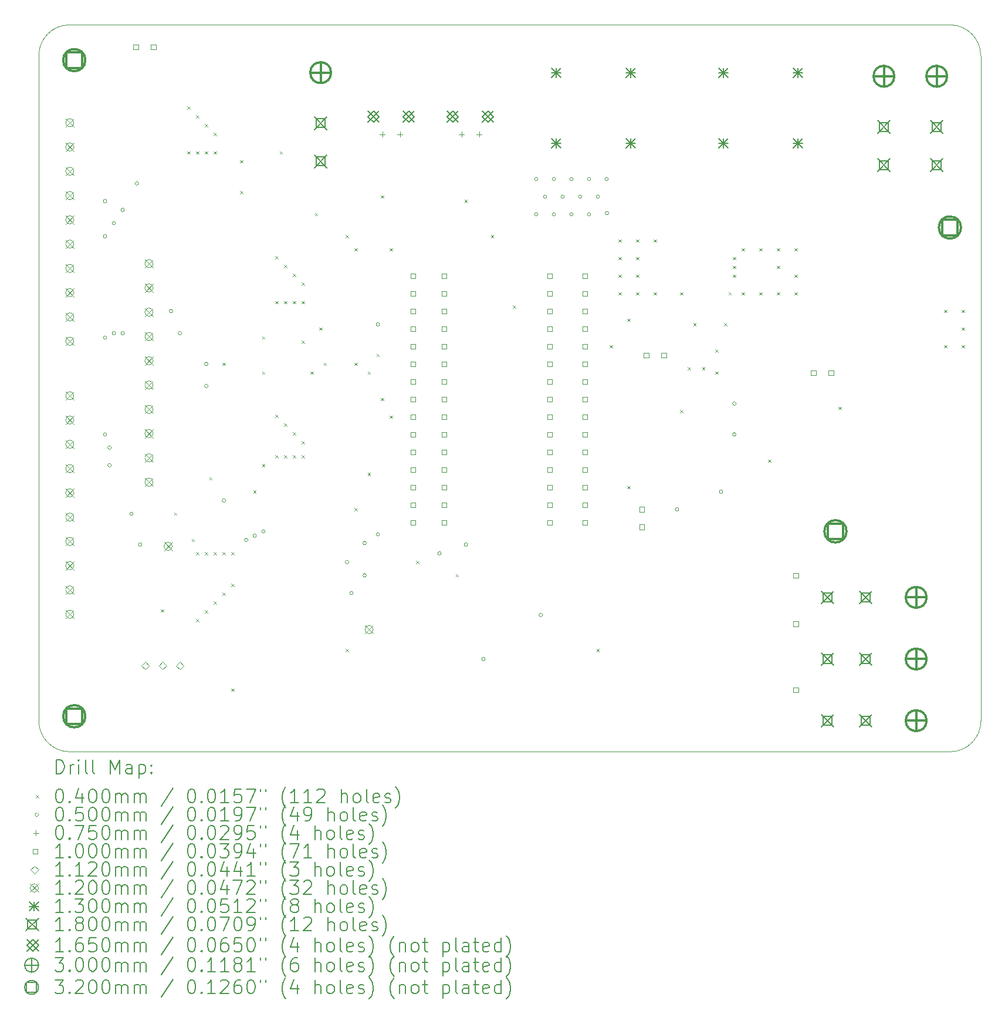
<source format=gbr>
%FSLAX45Y45*%
G04 Gerber Fmt 4.5, Leading zero omitted, Abs format (unit mm)*
G04 Created by KiCad (PCBNEW (6.0.4)) date 2023-03-06 22:37:09*
%MOMM*%
%LPD*%
G01*
G04 APERTURE LIST*
%TA.AperFunction,Profile*%
%ADD10C,0.100000*%
%TD*%
%ADD11C,0.200000*%
%ADD12C,0.040000*%
%ADD13C,0.050000*%
%ADD14C,0.075000*%
%ADD15C,0.100000*%
%ADD16C,0.112000*%
%ADD17C,0.120000*%
%ADD18C,0.130000*%
%ADD19C,0.180000*%
%ADD20C,0.165000*%
%ADD21C,0.300000*%
%ADD22C,0.320000*%
G04 APERTURE END LIST*
D10*
X6219809Y-12639691D02*
G75*
G03*
X6664309Y-13084191I444501J1D01*
G01*
X19815191Y-12639691D02*
X19812000Y-3044809D01*
X19370691Y-13084191D02*
G75*
G03*
X19815191Y-12639691I-1J444501D01*
G01*
X6219809Y-3044809D02*
X6219809Y-12639691D01*
X19812002Y-3044809D02*
G75*
G03*
X19367500Y-2603500I-441322J-1D01*
G01*
X6664309Y-13084191D02*
X19370691Y-13084191D01*
X19367500Y-2603500D02*
X6667500Y-2603500D01*
X6667500Y-2603505D02*
G75*
G03*
X6219809Y-3044809I-6340J-441305D01*
G01*
D11*
D12*
X7981000Y-11029000D02*
X8021000Y-11069000D01*
X8021000Y-11029000D02*
X7981000Y-11069000D01*
X8171500Y-9632000D02*
X8211500Y-9672000D01*
X8211500Y-9632000D02*
X8171500Y-9672000D01*
X8362000Y-3778550D02*
X8402000Y-3818550D01*
X8402000Y-3778550D02*
X8362000Y-3818550D01*
X8362000Y-4425000D02*
X8402000Y-4465000D01*
X8402000Y-4425000D02*
X8362000Y-4465000D01*
X8425500Y-10013000D02*
X8465500Y-10053000D01*
X8465500Y-10013000D02*
X8425500Y-10053000D01*
X8489000Y-3905550D02*
X8529000Y-3945550D01*
X8529000Y-3905550D02*
X8489000Y-3945550D01*
X8489000Y-4425000D02*
X8529000Y-4465000D01*
X8529000Y-4425000D02*
X8489000Y-4465000D01*
X8489000Y-10203500D02*
X8529000Y-10243500D01*
X8529000Y-10203500D02*
X8489000Y-10243500D01*
X8489000Y-11172450D02*
X8529000Y-11212450D01*
X8529000Y-11172450D02*
X8489000Y-11212450D01*
X8616000Y-4032550D02*
X8656000Y-4072550D01*
X8656000Y-4032550D02*
X8616000Y-4072550D01*
X8616000Y-4425000D02*
X8656000Y-4465000D01*
X8656000Y-4425000D02*
X8616000Y-4465000D01*
X8616000Y-10203500D02*
X8656000Y-10243500D01*
X8656000Y-10203500D02*
X8616000Y-10243500D01*
X8616000Y-11045450D02*
X8656000Y-11085450D01*
X8656000Y-11045450D02*
X8616000Y-11085450D01*
X8679500Y-9124000D02*
X8719500Y-9164000D01*
X8719500Y-9124000D02*
X8679500Y-9164000D01*
X8743000Y-4159550D02*
X8783000Y-4199550D01*
X8783000Y-4159550D02*
X8743000Y-4199550D01*
X8743000Y-4425000D02*
X8783000Y-4465000D01*
X8783000Y-4425000D02*
X8743000Y-4465000D01*
X8743000Y-10203500D02*
X8783000Y-10243500D01*
X8783000Y-10203500D02*
X8743000Y-10243500D01*
X8743000Y-10918450D02*
X8783000Y-10958450D01*
X8783000Y-10918450D02*
X8743000Y-10958450D01*
X8870000Y-7473000D02*
X8910000Y-7513000D01*
X8910000Y-7473000D02*
X8870000Y-7513000D01*
X8870000Y-10203500D02*
X8910000Y-10243500D01*
X8910000Y-10203500D02*
X8870000Y-10243500D01*
X8870000Y-10791450D02*
X8910000Y-10831450D01*
X8910000Y-10791450D02*
X8870000Y-10831450D01*
X8997000Y-10203500D02*
X9037000Y-10243500D01*
X9037000Y-10203500D02*
X8997000Y-10243500D01*
X8997000Y-10664450D02*
X9037000Y-10704450D01*
X9037000Y-10664450D02*
X8997000Y-10704450D01*
X8997000Y-12172000D02*
X9037000Y-12212000D01*
X9037000Y-12172000D02*
X8997000Y-12212000D01*
X9124000Y-4552000D02*
X9164000Y-4592000D01*
X9164000Y-4552000D02*
X9124000Y-4592000D01*
X9124000Y-4996500D02*
X9164000Y-5036500D01*
X9164000Y-4996500D02*
X9124000Y-5036500D01*
X9314500Y-9314500D02*
X9354500Y-9354500D01*
X9354500Y-9314500D02*
X9314500Y-9354500D01*
X9441500Y-7092000D02*
X9481500Y-7132000D01*
X9481500Y-7092000D02*
X9441500Y-7132000D01*
X9441500Y-7600000D02*
X9481500Y-7640000D01*
X9481500Y-7600000D02*
X9441500Y-7640000D01*
X9441500Y-8933500D02*
X9481500Y-8973500D01*
X9481500Y-8933500D02*
X9441500Y-8973500D01*
X9632000Y-5937550D02*
X9672000Y-5977550D01*
X9672000Y-5937550D02*
X9632000Y-5977550D01*
X9632000Y-6584000D02*
X9672000Y-6624000D01*
X9672000Y-6584000D02*
X9632000Y-6624000D01*
X9632000Y-8223550D02*
X9672000Y-8263550D01*
X9672000Y-8223550D02*
X9632000Y-8263550D01*
X9632000Y-8806500D02*
X9672000Y-8846500D01*
X9672000Y-8806500D02*
X9632000Y-8846500D01*
X9695500Y-4425000D02*
X9735500Y-4465000D01*
X9735500Y-4425000D02*
X9695500Y-4465000D01*
X9759000Y-6064550D02*
X9799000Y-6104550D01*
X9799000Y-6064550D02*
X9759000Y-6104550D01*
X9759000Y-6584000D02*
X9799000Y-6624000D01*
X9799000Y-6584000D02*
X9759000Y-6624000D01*
X9759000Y-8350550D02*
X9799000Y-8390550D01*
X9799000Y-8350550D02*
X9759000Y-8390550D01*
X9759000Y-8806500D02*
X9799000Y-8846500D01*
X9799000Y-8806500D02*
X9759000Y-8846500D01*
X9886000Y-6191550D02*
X9926000Y-6231550D01*
X9926000Y-6191550D02*
X9886000Y-6231550D01*
X9886000Y-6584000D02*
X9926000Y-6624000D01*
X9926000Y-6584000D02*
X9886000Y-6624000D01*
X9886000Y-8477550D02*
X9926000Y-8517550D01*
X9926000Y-8477550D02*
X9886000Y-8517550D01*
X9886000Y-8806500D02*
X9926000Y-8846500D01*
X9926000Y-8806500D02*
X9886000Y-8846500D01*
X10013000Y-6318550D02*
X10053000Y-6358550D01*
X10053000Y-6318550D02*
X10013000Y-6358550D01*
X10013000Y-6584000D02*
X10053000Y-6624000D01*
X10053000Y-6584000D02*
X10013000Y-6624000D01*
X10013000Y-7155500D02*
X10053000Y-7195500D01*
X10053000Y-7155500D02*
X10013000Y-7195500D01*
X10013000Y-8604550D02*
X10053000Y-8644550D01*
X10053000Y-8604550D02*
X10013000Y-8644550D01*
X10013000Y-8806500D02*
X10053000Y-8846500D01*
X10053000Y-8806500D02*
X10013000Y-8846500D01*
X10140000Y-7600000D02*
X10180000Y-7640000D01*
X10180000Y-7600000D02*
X10140000Y-7640000D01*
X10203500Y-5314000D02*
X10243500Y-5354000D01*
X10243500Y-5314000D02*
X10203500Y-5354000D01*
X10267000Y-6965000D02*
X10307000Y-7005000D01*
X10307000Y-6965000D02*
X10267000Y-7005000D01*
X10330500Y-7473000D02*
X10370500Y-7513000D01*
X10370500Y-7473000D02*
X10330500Y-7513000D01*
X10648000Y-5631500D02*
X10688000Y-5671500D01*
X10688000Y-5631500D02*
X10648000Y-5671500D01*
X10648000Y-11600500D02*
X10688000Y-11640500D01*
X10688000Y-11600500D02*
X10648000Y-11640500D01*
X10775000Y-5822000D02*
X10815000Y-5862000D01*
X10815000Y-5822000D02*
X10775000Y-5862000D01*
X10775000Y-7473000D02*
X10815000Y-7513000D01*
X10815000Y-7473000D02*
X10775000Y-7513000D01*
X10775000Y-9568500D02*
X10815000Y-9608500D01*
X10815000Y-9568500D02*
X10775000Y-9608500D01*
X10965500Y-7600000D02*
X11005500Y-7640000D01*
X11005500Y-7600000D02*
X10965500Y-7640000D01*
X10965500Y-9060500D02*
X11005500Y-9100500D01*
X11005500Y-9060500D02*
X10965500Y-9100500D01*
X11092500Y-7346000D02*
X11132500Y-7386000D01*
X11132500Y-7346000D02*
X11092500Y-7386000D01*
X11156000Y-5060000D02*
X11196000Y-5100000D01*
X11196000Y-5060000D02*
X11156000Y-5100000D01*
X11156000Y-7981000D02*
X11196000Y-8021000D01*
X11196000Y-7981000D02*
X11156000Y-8021000D01*
X11283000Y-5822000D02*
X11323000Y-5862000D01*
X11323000Y-5822000D02*
X11283000Y-5862000D01*
X11283000Y-8235000D02*
X11323000Y-8275000D01*
X11323000Y-8235000D02*
X11283000Y-8275000D01*
X11664000Y-10330500D02*
X11704000Y-10370500D01*
X11704000Y-10330500D02*
X11664000Y-10370500D01*
X12235500Y-10521000D02*
X12275500Y-10561000D01*
X12275500Y-10521000D02*
X12235500Y-10561000D01*
X12362500Y-5123500D02*
X12402500Y-5163500D01*
X12402500Y-5123500D02*
X12362500Y-5163500D01*
X12743500Y-5631500D02*
X12783500Y-5671500D01*
X12783500Y-5631500D02*
X12743500Y-5671500D01*
X13061000Y-6647500D02*
X13101000Y-6687500D01*
X13101000Y-6647500D02*
X13061000Y-6687500D01*
X14267500Y-11600500D02*
X14307500Y-11640500D01*
X14307500Y-11600500D02*
X14267500Y-11640500D01*
X14458000Y-7219000D02*
X14498000Y-7259000D01*
X14498000Y-7219000D02*
X14458000Y-7259000D01*
X14585000Y-5695000D02*
X14625000Y-5735000D01*
X14625000Y-5695000D02*
X14585000Y-5735000D01*
X14585000Y-5949000D02*
X14625000Y-5989000D01*
X14625000Y-5949000D02*
X14585000Y-5989000D01*
X14585000Y-6203000D02*
X14625000Y-6243000D01*
X14625000Y-6203000D02*
X14585000Y-6243000D01*
X14585000Y-6457000D02*
X14625000Y-6497000D01*
X14625000Y-6457000D02*
X14585000Y-6497000D01*
X14712000Y-6838000D02*
X14752000Y-6878000D01*
X14752000Y-6838000D02*
X14712000Y-6878000D01*
X14712000Y-9251000D02*
X14752000Y-9291000D01*
X14752000Y-9251000D02*
X14712000Y-9291000D01*
X14839000Y-5695000D02*
X14879000Y-5735000D01*
X14879000Y-5695000D02*
X14839000Y-5735000D01*
X14839000Y-5949000D02*
X14879000Y-5989000D01*
X14879000Y-5949000D02*
X14839000Y-5989000D01*
X14839000Y-6203000D02*
X14879000Y-6243000D01*
X14879000Y-6203000D02*
X14839000Y-6243000D01*
X14839000Y-6457000D02*
X14879000Y-6497000D01*
X14879000Y-6457000D02*
X14839000Y-6497000D01*
X15093000Y-5695000D02*
X15133000Y-5735000D01*
X15133000Y-5695000D02*
X15093000Y-5735000D01*
X15093000Y-6457000D02*
X15133000Y-6497000D01*
X15133000Y-6457000D02*
X15093000Y-6497000D01*
X15474000Y-6457000D02*
X15514000Y-6497000D01*
X15514000Y-6457000D02*
X15474000Y-6497000D01*
X15474000Y-8154500D02*
X15514000Y-8194500D01*
X15514000Y-8154500D02*
X15474000Y-8194500D01*
X15584550Y-7536500D02*
X15624550Y-7576500D01*
X15624550Y-7536500D02*
X15584550Y-7576500D01*
X15664500Y-6901500D02*
X15704500Y-6941500D01*
X15704500Y-6901500D02*
X15664500Y-6941500D01*
X15791500Y-7536500D02*
X15831500Y-7576500D01*
X15831500Y-7536500D02*
X15791500Y-7576500D01*
X15982000Y-7282500D02*
X16022000Y-7322500D01*
X16022000Y-7282500D02*
X15982000Y-7322500D01*
X15982000Y-7600000D02*
X16022000Y-7640000D01*
X16022000Y-7600000D02*
X15982000Y-7640000D01*
X16109000Y-6901500D02*
X16149000Y-6941500D01*
X16149000Y-6901500D02*
X16109000Y-6941500D01*
X16172500Y-6457000D02*
X16212500Y-6497000D01*
X16212500Y-6457000D02*
X16172500Y-6497000D01*
X16236000Y-5949000D02*
X16276000Y-5989000D01*
X16276000Y-5949000D02*
X16236000Y-5989000D01*
X16236000Y-6076000D02*
X16276000Y-6116000D01*
X16276000Y-6076000D02*
X16236000Y-6116000D01*
X16236000Y-6203000D02*
X16276000Y-6243000D01*
X16276000Y-6203000D02*
X16236000Y-6243000D01*
X16363000Y-5822000D02*
X16403000Y-5862000D01*
X16403000Y-5822000D02*
X16363000Y-5862000D01*
X16363000Y-6457000D02*
X16403000Y-6497000D01*
X16403000Y-6457000D02*
X16363000Y-6497000D01*
X16617000Y-5822000D02*
X16657000Y-5862000D01*
X16657000Y-5822000D02*
X16617000Y-5862000D01*
X16617000Y-6457000D02*
X16657000Y-6497000D01*
X16657000Y-6457000D02*
X16617000Y-6497000D01*
X16744000Y-8870000D02*
X16784000Y-8910000D01*
X16784000Y-8870000D02*
X16744000Y-8910000D01*
X16871000Y-5822000D02*
X16911000Y-5862000D01*
X16911000Y-5822000D02*
X16871000Y-5862000D01*
X16871000Y-6076000D02*
X16911000Y-6116000D01*
X16911000Y-6076000D02*
X16871000Y-6116000D01*
X16871000Y-6457000D02*
X16911000Y-6497000D01*
X16911000Y-6457000D02*
X16871000Y-6497000D01*
X17125000Y-5822000D02*
X17165000Y-5862000D01*
X17165000Y-5822000D02*
X17125000Y-5862000D01*
X17125000Y-6203000D02*
X17165000Y-6243000D01*
X17165000Y-6203000D02*
X17125000Y-6243000D01*
X17125000Y-6457000D02*
X17165000Y-6497000D01*
X17165000Y-6457000D02*
X17125000Y-6497000D01*
X17760000Y-8108000D02*
X17800000Y-8148000D01*
X17800000Y-8108000D02*
X17760000Y-8148000D01*
X19284000Y-6711000D02*
X19324000Y-6751000D01*
X19324000Y-6711000D02*
X19284000Y-6751000D01*
X19284000Y-7219000D02*
X19324000Y-7259000D01*
X19324000Y-7219000D02*
X19284000Y-7259000D01*
X19538000Y-6711000D02*
X19578000Y-6751000D01*
X19578000Y-6711000D02*
X19538000Y-6751000D01*
X19538000Y-6965000D02*
X19578000Y-7005000D01*
X19578000Y-6965000D02*
X19538000Y-7005000D01*
X19538000Y-7219000D02*
X19578000Y-7259000D01*
X19578000Y-7219000D02*
X19538000Y-7259000D01*
D13*
X7200500Y-5143500D02*
G75*
G03*
X7200500Y-5143500I-25000J0D01*
G01*
X7200500Y-5651500D02*
G75*
G03*
X7200500Y-5651500I-25000J0D01*
G01*
X7200500Y-7112000D02*
G75*
G03*
X7200500Y-7112000I-25000J0D01*
G01*
X7200500Y-8509000D02*
G75*
G03*
X7200500Y-8509000I-25000J0D01*
G01*
X7264000Y-8699500D02*
G75*
G03*
X7264000Y-8699500I-25000J0D01*
G01*
X7264000Y-8953500D02*
G75*
G03*
X7264000Y-8953500I-25000J0D01*
G01*
X7327500Y-5461000D02*
G75*
G03*
X7327500Y-5461000I-25000J0D01*
G01*
X7327500Y-7048500D02*
G75*
G03*
X7327500Y-7048500I-25000J0D01*
G01*
X7454500Y-5270500D02*
G75*
G03*
X7454500Y-5270500I-25000J0D01*
G01*
X7454500Y-7048500D02*
G75*
G03*
X7454500Y-7048500I-25000J0D01*
G01*
X7581500Y-9652000D02*
G75*
G03*
X7581500Y-9652000I-25000J0D01*
G01*
X7658950Y-4889500D02*
G75*
G03*
X7658950Y-4889500I-25000J0D01*
G01*
X7708500Y-10096500D02*
G75*
G03*
X7708500Y-10096500I-25000J0D01*
G01*
X8153000Y-6731000D02*
G75*
G03*
X8153000Y-6731000I-25000J0D01*
G01*
X8280000Y-7048500D02*
G75*
G03*
X8280000Y-7048500I-25000J0D01*
G01*
X8661000Y-7493000D02*
G75*
G03*
X8661000Y-7493000I-25000J0D01*
G01*
X8661000Y-7810500D02*
G75*
G03*
X8661000Y-7810500I-25000J0D01*
G01*
X8915000Y-9461500D02*
G75*
G03*
X8915000Y-9461500I-25000J0D01*
G01*
X9238014Y-10031162D02*
G75*
G03*
X9238014Y-10031162I-25000J0D01*
G01*
X9359500Y-9969500D02*
G75*
G03*
X9359500Y-9969500I-25000J0D01*
G01*
X9486500Y-9906000D02*
G75*
G03*
X9486500Y-9906000I-25000J0D01*
G01*
X10693000Y-10350500D02*
G75*
G03*
X10693000Y-10350500I-25000J0D01*
G01*
X10756500Y-10795000D02*
G75*
G03*
X10756500Y-10795000I-25000J0D01*
G01*
X10947000Y-10075050D02*
G75*
G03*
X10947000Y-10075050I-25000J0D01*
G01*
X10947000Y-10541000D02*
G75*
G03*
X10947000Y-10541000I-25000J0D01*
G01*
X11137500Y-6921500D02*
G75*
G03*
X11137500Y-6921500I-25000J0D01*
G01*
X11137500Y-9948050D02*
G75*
G03*
X11137500Y-9948050I-25000J0D01*
G01*
X12026500Y-10223500D02*
G75*
G03*
X12026500Y-10223500I-25000J0D01*
G01*
X12407500Y-10096500D02*
G75*
G03*
X12407500Y-10096500I-25000J0D01*
G01*
X12661500Y-11747500D02*
G75*
G03*
X12661500Y-11747500I-25000J0D01*
G01*
X13423500Y-4826000D02*
G75*
G03*
X13423500Y-4826000I-25000J0D01*
G01*
X13423500Y-5334000D02*
G75*
G03*
X13423500Y-5334000I-25000J0D01*
G01*
X13487000Y-11112500D02*
G75*
G03*
X13487000Y-11112500I-25000J0D01*
G01*
X13550500Y-5080000D02*
G75*
G03*
X13550500Y-5080000I-25000J0D01*
G01*
X13677500Y-4826000D02*
G75*
G03*
X13677500Y-4826000I-25000J0D01*
G01*
X13677500Y-5334000D02*
G75*
G03*
X13677500Y-5334000I-25000J0D01*
G01*
X13804500Y-5080000D02*
G75*
G03*
X13804500Y-5080000I-25000J0D01*
G01*
X13931500Y-4826000D02*
G75*
G03*
X13931500Y-4826000I-25000J0D01*
G01*
X13931500Y-5334000D02*
G75*
G03*
X13931500Y-5334000I-25000J0D01*
G01*
X14058500Y-5080000D02*
G75*
G03*
X14058500Y-5080000I-25000J0D01*
G01*
X14185500Y-4826000D02*
G75*
G03*
X14185500Y-4826000I-25000J0D01*
G01*
X14185500Y-5334000D02*
G75*
G03*
X14185500Y-5334000I-25000J0D01*
G01*
X14312500Y-5080000D02*
G75*
G03*
X14312500Y-5080000I-25000J0D01*
G01*
X14439500Y-4826000D02*
G75*
G03*
X14439500Y-4826000I-25000J0D01*
G01*
X14442288Y-5318492D02*
G75*
G03*
X14442288Y-5318492I-25000J0D01*
G01*
X15455500Y-9588500D02*
G75*
G03*
X15455500Y-9588500I-25000J0D01*
G01*
X16090500Y-9334500D02*
G75*
G03*
X16090500Y-9334500I-25000J0D01*
G01*
X16281000Y-8064500D02*
G75*
G03*
X16281000Y-8064500I-25000J0D01*
G01*
X16281000Y-8509000D02*
G75*
G03*
X16281000Y-8509000I-25000J0D01*
G01*
D14*
X11176000Y-4143750D02*
X11176000Y-4218750D01*
X11138500Y-4181250D02*
X11213500Y-4181250D01*
X11430000Y-4143750D02*
X11430000Y-4218750D01*
X11392500Y-4181250D02*
X11467500Y-4181250D01*
X12319000Y-4143750D02*
X12319000Y-4218750D01*
X12281500Y-4181250D02*
X12356500Y-4181250D01*
X12573000Y-4143750D02*
X12573000Y-4218750D01*
X12535500Y-4181250D02*
X12610500Y-4181250D01*
D15*
X7655356Y-2956356D02*
X7655356Y-2885644D01*
X7584644Y-2885644D01*
X7584644Y-2956356D01*
X7655356Y-2956356D01*
X7909356Y-2956356D02*
X7909356Y-2885644D01*
X7838644Y-2885644D01*
X7838644Y-2956356D01*
X7909356Y-2956356D01*
X11656856Y-6261356D02*
X11656856Y-6190644D01*
X11586144Y-6190644D01*
X11586144Y-6261356D01*
X11656856Y-6261356D01*
X11656856Y-6515356D02*
X11656856Y-6444644D01*
X11586144Y-6444644D01*
X11586144Y-6515356D01*
X11656856Y-6515356D01*
X11656856Y-6769356D02*
X11656856Y-6698644D01*
X11586144Y-6698644D01*
X11586144Y-6769356D01*
X11656856Y-6769356D01*
X11656856Y-7023356D02*
X11656856Y-6952644D01*
X11586144Y-6952644D01*
X11586144Y-7023356D01*
X11656856Y-7023356D01*
X11656856Y-7277356D02*
X11656856Y-7206644D01*
X11586144Y-7206644D01*
X11586144Y-7277356D01*
X11656856Y-7277356D01*
X11656856Y-7531356D02*
X11656856Y-7460644D01*
X11586144Y-7460644D01*
X11586144Y-7531356D01*
X11656856Y-7531356D01*
X11656856Y-7785356D02*
X11656856Y-7714644D01*
X11586144Y-7714644D01*
X11586144Y-7785356D01*
X11656856Y-7785356D01*
X11656856Y-8039356D02*
X11656856Y-7968644D01*
X11586144Y-7968644D01*
X11586144Y-8039356D01*
X11656856Y-8039356D01*
X11656856Y-8293356D02*
X11656856Y-8222644D01*
X11586144Y-8222644D01*
X11586144Y-8293356D01*
X11656856Y-8293356D01*
X11656856Y-8547356D02*
X11656856Y-8476644D01*
X11586144Y-8476644D01*
X11586144Y-8547356D01*
X11656856Y-8547356D01*
X11656856Y-8801356D02*
X11656856Y-8730644D01*
X11586144Y-8730644D01*
X11586144Y-8801356D01*
X11656856Y-8801356D01*
X11656856Y-9055356D02*
X11656856Y-8984644D01*
X11586144Y-8984644D01*
X11586144Y-9055356D01*
X11656856Y-9055356D01*
X11656856Y-9309356D02*
X11656856Y-9238644D01*
X11586144Y-9238644D01*
X11586144Y-9309356D01*
X11656856Y-9309356D01*
X11656856Y-9563356D02*
X11656856Y-9492644D01*
X11586144Y-9492644D01*
X11586144Y-9563356D01*
X11656856Y-9563356D01*
X11656856Y-9817356D02*
X11656856Y-9746644D01*
X11586144Y-9746644D01*
X11586144Y-9817356D01*
X11656856Y-9817356D01*
X12101356Y-6258356D02*
X12101356Y-6187644D01*
X12030644Y-6187644D01*
X12030644Y-6258356D01*
X12101356Y-6258356D01*
X12101356Y-6512356D02*
X12101356Y-6441644D01*
X12030644Y-6441644D01*
X12030644Y-6512356D01*
X12101356Y-6512356D01*
X12101356Y-6766356D02*
X12101356Y-6695644D01*
X12030644Y-6695644D01*
X12030644Y-6766356D01*
X12101356Y-6766356D01*
X12101356Y-7020356D02*
X12101356Y-6949644D01*
X12030644Y-6949644D01*
X12030644Y-7020356D01*
X12101356Y-7020356D01*
X12101356Y-7274356D02*
X12101356Y-7203644D01*
X12030644Y-7203644D01*
X12030644Y-7274356D01*
X12101356Y-7274356D01*
X12101356Y-7528356D02*
X12101356Y-7457644D01*
X12030644Y-7457644D01*
X12030644Y-7528356D01*
X12101356Y-7528356D01*
X12101356Y-7782356D02*
X12101356Y-7711644D01*
X12030644Y-7711644D01*
X12030644Y-7782356D01*
X12101356Y-7782356D01*
X12101356Y-8036356D02*
X12101356Y-7965644D01*
X12030644Y-7965644D01*
X12030644Y-8036356D01*
X12101356Y-8036356D01*
X12101356Y-8290356D02*
X12101356Y-8219644D01*
X12030644Y-8219644D01*
X12030644Y-8290356D01*
X12101356Y-8290356D01*
X12101356Y-8544356D02*
X12101356Y-8473644D01*
X12030644Y-8473644D01*
X12030644Y-8544356D01*
X12101356Y-8544356D01*
X12101356Y-8798356D02*
X12101356Y-8727644D01*
X12030644Y-8727644D01*
X12030644Y-8798356D01*
X12101356Y-8798356D01*
X12101356Y-9052356D02*
X12101356Y-8981644D01*
X12030644Y-8981644D01*
X12030644Y-9052356D01*
X12101356Y-9052356D01*
X12101356Y-9306356D02*
X12101356Y-9235644D01*
X12030644Y-9235644D01*
X12030644Y-9306356D01*
X12101356Y-9306356D01*
X12101356Y-9560356D02*
X12101356Y-9489644D01*
X12030644Y-9489644D01*
X12030644Y-9560356D01*
X12101356Y-9560356D01*
X12101356Y-9814356D02*
X12101356Y-9743644D01*
X12030644Y-9743644D01*
X12030644Y-9814356D01*
X12101356Y-9814356D01*
X13625356Y-6258356D02*
X13625356Y-6187644D01*
X13554644Y-6187644D01*
X13554644Y-6258356D01*
X13625356Y-6258356D01*
X13625356Y-6512356D02*
X13625356Y-6441644D01*
X13554644Y-6441644D01*
X13554644Y-6512356D01*
X13625356Y-6512356D01*
X13625356Y-6766356D02*
X13625356Y-6695644D01*
X13554644Y-6695644D01*
X13554644Y-6766356D01*
X13625356Y-6766356D01*
X13625356Y-7020356D02*
X13625356Y-6949644D01*
X13554644Y-6949644D01*
X13554644Y-7020356D01*
X13625356Y-7020356D01*
X13625356Y-7274356D02*
X13625356Y-7203644D01*
X13554644Y-7203644D01*
X13554644Y-7274356D01*
X13625356Y-7274356D01*
X13625356Y-7528356D02*
X13625356Y-7457644D01*
X13554644Y-7457644D01*
X13554644Y-7528356D01*
X13625356Y-7528356D01*
X13625356Y-7782356D02*
X13625356Y-7711644D01*
X13554644Y-7711644D01*
X13554644Y-7782356D01*
X13625356Y-7782356D01*
X13625356Y-8036356D02*
X13625356Y-7965644D01*
X13554644Y-7965644D01*
X13554644Y-8036356D01*
X13625356Y-8036356D01*
X13625356Y-8290356D02*
X13625356Y-8219644D01*
X13554644Y-8219644D01*
X13554644Y-8290356D01*
X13625356Y-8290356D01*
X13625356Y-8544356D02*
X13625356Y-8473644D01*
X13554644Y-8473644D01*
X13554644Y-8544356D01*
X13625356Y-8544356D01*
X13625356Y-8798356D02*
X13625356Y-8727644D01*
X13554644Y-8727644D01*
X13554644Y-8798356D01*
X13625356Y-8798356D01*
X13625356Y-9052356D02*
X13625356Y-8981644D01*
X13554644Y-8981644D01*
X13554644Y-9052356D01*
X13625356Y-9052356D01*
X13625356Y-9306356D02*
X13625356Y-9235644D01*
X13554644Y-9235644D01*
X13554644Y-9306356D01*
X13625356Y-9306356D01*
X13625356Y-9560356D02*
X13625356Y-9489644D01*
X13554644Y-9489644D01*
X13554644Y-9560356D01*
X13625356Y-9560356D01*
X13625356Y-9814356D02*
X13625356Y-9743644D01*
X13554644Y-9743644D01*
X13554644Y-9814356D01*
X13625356Y-9814356D01*
X14133356Y-6258356D02*
X14133356Y-6187644D01*
X14062644Y-6187644D01*
X14062644Y-6258356D01*
X14133356Y-6258356D01*
X14133356Y-6512356D02*
X14133356Y-6441644D01*
X14062644Y-6441644D01*
X14062644Y-6512356D01*
X14133356Y-6512356D01*
X14133356Y-6766356D02*
X14133356Y-6695644D01*
X14062644Y-6695644D01*
X14062644Y-6766356D01*
X14133356Y-6766356D01*
X14133356Y-7020356D02*
X14133356Y-6949644D01*
X14062644Y-6949644D01*
X14062644Y-7020356D01*
X14133356Y-7020356D01*
X14133356Y-7274356D02*
X14133356Y-7203644D01*
X14062644Y-7203644D01*
X14062644Y-7274356D01*
X14133356Y-7274356D01*
X14133356Y-7528356D02*
X14133356Y-7457644D01*
X14062644Y-7457644D01*
X14062644Y-7528356D01*
X14133356Y-7528356D01*
X14133356Y-7782356D02*
X14133356Y-7711644D01*
X14062644Y-7711644D01*
X14062644Y-7782356D01*
X14133356Y-7782356D01*
X14133356Y-8036356D02*
X14133356Y-7965644D01*
X14062644Y-7965644D01*
X14062644Y-8036356D01*
X14133356Y-8036356D01*
X14133356Y-8290356D02*
X14133356Y-8219644D01*
X14062644Y-8219644D01*
X14062644Y-8290356D01*
X14133356Y-8290356D01*
X14133356Y-8544356D02*
X14133356Y-8473644D01*
X14062644Y-8473644D01*
X14062644Y-8544356D01*
X14133356Y-8544356D01*
X14133356Y-8798356D02*
X14133356Y-8727644D01*
X14062644Y-8727644D01*
X14062644Y-8798356D01*
X14133356Y-8798356D01*
X14133356Y-9052356D02*
X14133356Y-8981644D01*
X14062644Y-8981644D01*
X14062644Y-9052356D01*
X14133356Y-9052356D01*
X14133356Y-9306356D02*
X14133356Y-9235644D01*
X14062644Y-9235644D01*
X14062644Y-9306356D01*
X14133356Y-9306356D01*
X14133356Y-9560356D02*
X14133356Y-9489644D01*
X14062644Y-9489644D01*
X14062644Y-9560356D01*
X14133356Y-9560356D01*
X14133356Y-9814356D02*
X14133356Y-9743644D01*
X14062644Y-9743644D01*
X14062644Y-9814356D01*
X14133356Y-9814356D01*
X14957856Y-9623856D02*
X14957856Y-9553144D01*
X14887144Y-9553144D01*
X14887144Y-9623856D01*
X14957856Y-9623856D01*
X14957856Y-9877856D02*
X14957856Y-9807144D01*
X14887144Y-9807144D01*
X14887144Y-9877856D01*
X14957856Y-9877856D01*
X15021356Y-7401356D02*
X15021356Y-7330644D01*
X14950644Y-7330644D01*
X14950644Y-7401356D01*
X15021356Y-7401356D01*
X15275356Y-7401356D02*
X15275356Y-7330644D01*
X15204644Y-7330644D01*
X15204644Y-7401356D01*
X15275356Y-7401356D01*
X17180356Y-10576356D02*
X17180356Y-10505644D01*
X17109644Y-10505644D01*
X17109644Y-10576356D01*
X17180356Y-10576356D01*
X17180356Y-11274856D02*
X17180356Y-11204144D01*
X17109644Y-11204144D01*
X17109644Y-11274856D01*
X17180356Y-11274856D01*
X17180356Y-12227356D02*
X17180356Y-12156644D01*
X17109644Y-12156644D01*
X17109644Y-12227356D01*
X17180356Y-12227356D01*
X17434356Y-7655356D02*
X17434356Y-7584644D01*
X17363644Y-7584644D01*
X17363644Y-7655356D01*
X17434356Y-7655356D01*
X17688356Y-7655356D02*
X17688356Y-7584644D01*
X17617644Y-7584644D01*
X17617644Y-7655356D01*
X17688356Y-7655356D01*
D16*
X7756000Y-11898307D02*
X7812000Y-11842307D01*
X7756000Y-11786307D01*
X7700000Y-11842307D01*
X7756000Y-11898307D01*
X8006000Y-11898307D02*
X8062000Y-11842307D01*
X8006000Y-11786307D01*
X7950000Y-11842307D01*
X8006000Y-11898307D01*
X8256000Y-11898307D02*
X8312000Y-11842307D01*
X8256000Y-11786307D01*
X8200000Y-11842307D01*
X8256000Y-11898307D01*
D17*
X6606750Y-3954750D02*
X6726750Y-4074750D01*
X6726750Y-3954750D02*
X6606750Y-4074750D01*
X6726750Y-4014750D02*
G75*
G03*
X6726750Y-4014750I-60000J0D01*
G01*
X6606750Y-4304750D02*
X6726750Y-4424750D01*
X6726750Y-4304750D02*
X6606750Y-4424750D01*
X6726750Y-4364750D02*
G75*
G03*
X6726750Y-4364750I-60000J0D01*
G01*
X6606750Y-4654750D02*
X6726750Y-4774750D01*
X6726750Y-4654750D02*
X6606750Y-4774750D01*
X6726750Y-4714750D02*
G75*
G03*
X6726750Y-4714750I-60000J0D01*
G01*
X6606750Y-5004750D02*
X6726750Y-5124750D01*
X6726750Y-5004750D02*
X6606750Y-5124750D01*
X6726750Y-5064750D02*
G75*
G03*
X6726750Y-5064750I-60000J0D01*
G01*
X6606750Y-5354750D02*
X6726750Y-5474750D01*
X6726750Y-5354750D02*
X6606750Y-5474750D01*
X6726750Y-5414750D02*
G75*
G03*
X6726750Y-5414750I-60000J0D01*
G01*
X6606750Y-5704750D02*
X6726750Y-5824750D01*
X6726750Y-5704750D02*
X6606750Y-5824750D01*
X6726750Y-5764750D02*
G75*
G03*
X6726750Y-5764750I-60000J0D01*
G01*
X6606750Y-6054750D02*
X6726750Y-6174750D01*
X6726750Y-6054750D02*
X6606750Y-6174750D01*
X6726750Y-6114750D02*
G75*
G03*
X6726750Y-6114750I-60000J0D01*
G01*
X6606750Y-6404750D02*
X6726750Y-6524750D01*
X6726750Y-6404750D02*
X6606750Y-6524750D01*
X6726750Y-6464750D02*
G75*
G03*
X6726750Y-6464750I-60000J0D01*
G01*
X6606750Y-6754750D02*
X6726750Y-6874750D01*
X6726750Y-6754750D02*
X6606750Y-6874750D01*
X6726750Y-6814750D02*
G75*
G03*
X6726750Y-6814750I-60000J0D01*
G01*
X6606750Y-7104750D02*
X6726750Y-7224750D01*
X6726750Y-7104750D02*
X6606750Y-7224750D01*
X6726750Y-7164750D02*
G75*
G03*
X6726750Y-7164750I-60000J0D01*
G01*
X6606750Y-7891750D02*
X6726750Y-8011750D01*
X6726750Y-7891750D02*
X6606750Y-8011750D01*
X6726750Y-7951750D02*
G75*
G03*
X6726750Y-7951750I-60000J0D01*
G01*
X6606750Y-8241750D02*
X6726750Y-8361750D01*
X6726750Y-8241750D02*
X6606750Y-8361750D01*
X6726750Y-8301750D02*
G75*
G03*
X6726750Y-8301750I-60000J0D01*
G01*
X6606750Y-8591750D02*
X6726750Y-8711750D01*
X6726750Y-8591750D02*
X6606750Y-8711750D01*
X6726750Y-8651750D02*
G75*
G03*
X6726750Y-8651750I-60000J0D01*
G01*
X6606750Y-8941750D02*
X6726750Y-9061750D01*
X6726750Y-8941750D02*
X6606750Y-9061750D01*
X6726750Y-9001750D02*
G75*
G03*
X6726750Y-9001750I-60000J0D01*
G01*
X6606750Y-9291750D02*
X6726750Y-9411750D01*
X6726750Y-9291750D02*
X6606750Y-9411750D01*
X6726750Y-9351750D02*
G75*
G03*
X6726750Y-9351750I-60000J0D01*
G01*
X6606750Y-9641750D02*
X6726750Y-9761750D01*
X6726750Y-9641750D02*
X6606750Y-9761750D01*
X6726750Y-9701750D02*
G75*
G03*
X6726750Y-9701750I-60000J0D01*
G01*
X6606750Y-9991750D02*
X6726750Y-10111750D01*
X6726750Y-9991750D02*
X6606750Y-10111750D01*
X6726750Y-10051750D02*
G75*
G03*
X6726750Y-10051750I-60000J0D01*
G01*
X6606750Y-10341750D02*
X6726750Y-10461750D01*
X6726750Y-10341750D02*
X6606750Y-10461750D01*
X6726750Y-10401750D02*
G75*
G03*
X6726750Y-10401750I-60000J0D01*
G01*
X6606750Y-10691750D02*
X6726750Y-10811750D01*
X6726750Y-10691750D02*
X6606750Y-10811750D01*
X6726750Y-10751750D02*
G75*
G03*
X6726750Y-10751750I-60000J0D01*
G01*
X6606750Y-11041750D02*
X6726750Y-11161750D01*
X6726750Y-11041750D02*
X6606750Y-11161750D01*
X6726750Y-11101750D02*
G75*
G03*
X6726750Y-11101750I-60000J0D01*
G01*
X7749750Y-5986750D02*
X7869750Y-6106750D01*
X7869750Y-5986750D02*
X7749750Y-6106750D01*
X7869750Y-6046750D02*
G75*
G03*
X7869750Y-6046750I-60000J0D01*
G01*
X7749750Y-6336750D02*
X7869750Y-6456750D01*
X7869750Y-6336750D02*
X7749750Y-6456750D01*
X7869750Y-6396750D02*
G75*
G03*
X7869750Y-6396750I-60000J0D01*
G01*
X7749750Y-6686750D02*
X7869750Y-6806750D01*
X7869750Y-6686750D02*
X7749750Y-6806750D01*
X7869750Y-6746750D02*
G75*
G03*
X7869750Y-6746750I-60000J0D01*
G01*
X7749750Y-7036750D02*
X7869750Y-7156750D01*
X7869750Y-7036750D02*
X7749750Y-7156750D01*
X7869750Y-7096750D02*
G75*
G03*
X7869750Y-7096750I-60000J0D01*
G01*
X7749750Y-7386750D02*
X7869750Y-7506750D01*
X7869750Y-7386750D02*
X7749750Y-7506750D01*
X7869750Y-7446750D02*
G75*
G03*
X7869750Y-7446750I-60000J0D01*
G01*
X7749750Y-7736750D02*
X7869750Y-7856750D01*
X7869750Y-7736750D02*
X7749750Y-7856750D01*
X7869750Y-7796750D02*
G75*
G03*
X7869750Y-7796750I-60000J0D01*
G01*
X7749750Y-8086750D02*
X7869750Y-8206750D01*
X7869750Y-8086750D02*
X7749750Y-8206750D01*
X7869750Y-8146750D02*
G75*
G03*
X7869750Y-8146750I-60000J0D01*
G01*
X7749750Y-8436750D02*
X7869750Y-8556750D01*
X7869750Y-8436750D02*
X7749750Y-8556750D01*
X7869750Y-8496750D02*
G75*
G03*
X7869750Y-8496750I-60000J0D01*
G01*
X7749750Y-8786750D02*
X7869750Y-8906750D01*
X7869750Y-8786750D02*
X7749750Y-8906750D01*
X7869750Y-8846750D02*
G75*
G03*
X7869750Y-8846750I-60000J0D01*
G01*
X7749750Y-9136750D02*
X7869750Y-9256750D01*
X7869750Y-9136750D02*
X7749750Y-9256750D01*
X7869750Y-9196750D02*
G75*
G03*
X7869750Y-9196750I-60000J0D01*
G01*
X8026000Y-10062307D02*
X8146000Y-10182307D01*
X8146000Y-10062307D02*
X8026000Y-10182307D01*
X8146000Y-10122307D02*
G75*
G03*
X8146000Y-10122307I-60000J0D01*
G01*
X10926000Y-11262307D02*
X11046000Y-11382307D01*
X11046000Y-11262307D02*
X10926000Y-11382307D01*
X11046000Y-11322307D02*
G75*
G03*
X11046000Y-11322307I-60000J0D01*
G01*
D18*
X13621000Y-3230000D02*
X13751000Y-3360000D01*
X13751000Y-3230000D02*
X13621000Y-3360000D01*
X13686000Y-3230000D02*
X13686000Y-3360000D01*
X13621000Y-3295000D02*
X13751000Y-3295000D01*
X13621000Y-4246000D02*
X13751000Y-4376000D01*
X13751000Y-4246000D02*
X13621000Y-4376000D01*
X13686000Y-4246000D02*
X13686000Y-4376000D01*
X13621000Y-4311000D02*
X13751000Y-4311000D01*
X14697000Y-3230000D02*
X14827000Y-3360000D01*
X14827000Y-3230000D02*
X14697000Y-3360000D01*
X14762000Y-3230000D02*
X14762000Y-3360000D01*
X14697000Y-3295000D02*
X14827000Y-3295000D01*
X14697000Y-4246000D02*
X14827000Y-4376000D01*
X14827000Y-4246000D02*
X14697000Y-4376000D01*
X14762000Y-4246000D02*
X14762000Y-4376000D01*
X14697000Y-4311000D02*
X14827000Y-4311000D01*
X16034000Y-3230000D02*
X16164000Y-3360000D01*
X16164000Y-3230000D02*
X16034000Y-3360000D01*
X16099000Y-3230000D02*
X16099000Y-3360000D01*
X16034000Y-3295000D02*
X16164000Y-3295000D01*
X16034000Y-4246000D02*
X16164000Y-4376000D01*
X16164000Y-4246000D02*
X16034000Y-4376000D01*
X16099000Y-4246000D02*
X16099000Y-4376000D01*
X16034000Y-4311000D02*
X16164000Y-4311000D01*
X17110000Y-3230000D02*
X17240000Y-3360000D01*
X17240000Y-3230000D02*
X17110000Y-3360000D01*
X17175000Y-3230000D02*
X17175000Y-3360000D01*
X17110000Y-3295000D02*
X17240000Y-3295000D01*
X17110000Y-4246000D02*
X17240000Y-4376000D01*
X17240000Y-4246000D02*
X17110000Y-4376000D01*
X17175000Y-4246000D02*
X17175000Y-4376000D01*
X17110000Y-4311000D02*
X17240000Y-4311000D01*
D19*
X10197000Y-3932000D02*
X10377000Y-4112000D01*
X10377000Y-3932000D02*
X10197000Y-4112000D01*
X10350640Y-4085640D02*
X10350640Y-3958360D01*
X10223360Y-3958360D01*
X10223360Y-4085640D01*
X10350640Y-4085640D01*
X10197000Y-4482000D02*
X10377000Y-4662000D01*
X10377000Y-4482000D02*
X10197000Y-4662000D01*
X10350640Y-4635640D02*
X10350640Y-4508360D01*
X10223360Y-4508360D01*
X10223360Y-4635640D01*
X10350640Y-4635640D01*
X17511000Y-10768500D02*
X17691000Y-10948500D01*
X17691000Y-10768500D02*
X17511000Y-10948500D01*
X17664640Y-10922140D02*
X17664640Y-10794860D01*
X17537360Y-10794860D01*
X17537360Y-10922140D01*
X17664640Y-10922140D01*
X17511000Y-11657500D02*
X17691000Y-11837500D01*
X17691000Y-11657500D02*
X17511000Y-11837500D01*
X17664640Y-11811140D02*
X17664640Y-11683860D01*
X17537360Y-11683860D01*
X17537360Y-11811140D01*
X17664640Y-11811140D01*
X17511000Y-12546500D02*
X17691000Y-12726500D01*
X17691000Y-12546500D02*
X17511000Y-12726500D01*
X17664640Y-12700140D02*
X17664640Y-12572860D01*
X17537360Y-12572860D01*
X17537360Y-12700140D01*
X17664640Y-12700140D01*
X18061000Y-10768500D02*
X18241000Y-10948500D01*
X18241000Y-10768500D02*
X18061000Y-10948500D01*
X18214640Y-10922140D02*
X18214640Y-10794860D01*
X18087360Y-10794860D01*
X18087360Y-10922140D01*
X18214640Y-10922140D01*
X18061000Y-11657500D02*
X18241000Y-11837500D01*
X18241000Y-11657500D02*
X18061000Y-11837500D01*
X18214640Y-11811140D02*
X18214640Y-11683860D01*
X18087360Y-11683860D01*
X18087360Y-11811140D01*
X18214640Y-11811140D01*
X18061000Y-12546500D02*
X18241000Y-12726500D01*
X18241000Y-12546500D02*
X18061000Y-12726500D01*
X18214640Y-12700140D02*
X18214640Y-12572860D01*
X18087360Y-12572860D01*
X18087360Y-12700140D01*
X18214640Y-12700140D01*
X18325000Y-3984000D02*
X18505000Y-4164000D01*
X18505000Y-3984000D02*
X18325000Y-4164000D01*
X18478640Y-4137640D02*
X18478640Y-4010360D01*
X18351360Y-4010360D01*
X18351360Y-4137640D01*
X18478640Y-4137640D01*
X18325000Y-4534000D02*
X18505000Y-4714000D01*
X18505000Y-4534000D02*
X18325000Y-4714000D01*
X18478640Y-4687640D02*
X18478640Y-4560360D01*
X18351360Y-4560360D01*
X18351360Y-4687640D01*
X18478640Y-4687640D01*
X19087000Y-3984000D02*
X19267000Y-4164000D01*
X19267000Y-3984000D02*
X19087000Y-4164000D01*
X19240640Y-4137640D02*
X19240640Y-4010360D01*
X19113360Y-4010360D01*
X19113360Y-4137640D01*
X19240640Y-4137640D01*
X19087000Y-4534000D02*
X19267000Y-4714000D01*
X19267000Y-4534000D02*
X19087000Y-4714000D01*
X19240640Y-4687640D02*
X19240640Y-4560360D01*
X19113360Y-4560360D01*
X19113360Y-4687640D01*
X19240640Y-4687640D01*
D20*
X10966500Y-3844750D02*
X11131500Y-4009750D01*
X11131500Y-3844750D02*
X10966500Y-4009750D01*
X11049000Y-4009750D02*
X11131500Y-3927250D01*
X11049000Y-3844750D01*
X10966500Y-3927250D01*
X11049000Y-4009750D01*
X11474500Y-3844750D02*
X11639500Y-4009750D01*
X11639500Y-3844750D02*
X11474500Y-4009750D01*
X11557000Y-4009750D02*
X11639500Y-3927250D01*
X11557000Y-3844750D01*
X11474500Y-3927250D01*
X11557000Y-4009750D01*
X12109500Y-3844750D02*
X12274500Y-4009750D01*
X12274500Y-3844750D02*
X12109500Y-4009750D01*
X12192000Y-4009750D02*
X12274500Y-3927250D01*
X12192000Y-3844750D01*
X12109500Y-3927250D01*
X12192000Y-4009750D01*
X12617500Y-3844750D02*
X12782500Y-4009750D01*
X12782500Y-3844750D02*
X12617500Y-4009750D01*
X12700000Y-4009750D02*
X12782500Y-3927250D01*
X12700000Y-3844750D01*
X12617500Y-3927250D01*
X12700000Y-4009750D01*
D21*
X10287000Y-3142000D02*
X10287000Y-3442000D01*
X10137000Y-3292000D02*
X10437000Y-3292000D01*
X10437000Y-3292000D02*
G75*
G03*
X10437000Y-3292000I-150000J0D01*
G01*
X18415000Y-3194000D02*
X18415000Y-3494000D01*
X18265000Y-3344000D02*
X18565000Y-3344000D01*
X18565000Y-3344000D02*
G75*
G03*
X18565000Y-3344000I-150000J0D01*
G01*
X18881000Y-10708500D02*
X18881000Y-11008500D01*
X18731000Y-10858500D02*
X19031000Y-10858500D01*
X19031000Y-10858500D02*
G75*
G03*
X19031000Y-10858500I-150000J0D01*
G01*
X18881000Y-11597500D02*
X18881000Y-11897500D01*
X18731000Y-11747500D02*
X19031000Y-11747500D01*
X19031000Y-11747500D02*
G75*
G03*
X19031000Y-11747500I-150000J0D01*
G01*
X18881000Y-12486500D02*
X18881000Y-12786500D01*
X18731000Y-12636500D02*
X19031000Y-12636500D01*
X19031000Y-12636500D02*
G75*
G03*
X19031000Y-12636500I-150000J0D01*
G01*
X19177000Y-3194000D02*
X19177000Y-3494000D01*
X19027000Y-3344000D02*
X19327000Y-3344000D01*
X19327000Y-3344000D02*
G75*
G03*
X19327000Y-3344000I-150000J0D01*
G01*
D22*
X6844138Y-3224638D02*
X6844138Y-2998362D01*
X6617862Y-2998362D01*
X6617862Y-3224638D01*
X6844138Y-3224638D01*
X6891000Y-3111500D02*
G75*
G03*
X6891000Y-3111500I-160000J0D01*
G01*
X6844138Y-12686138D02*
X6844138Y-12459862D01*
X6617862Y-12459862D01*
X6617862Y-12686138D01*
X6844138Y-12686138D01*
X6891000Y-12573000D02*
G75*
G03*
X6891000Y-12573000I-160000J0D01*
G01*
X17829638Y-10019138D02*
X17829638Y-9792862D01*
X17603362Y-9792862D01*
X17603362Y-10019138D01*
X17829638Y-10019138D01*
X17876500Y-9906000D02*
G75*
G03*
X17876500Y-9906000I-160000J0D01*
G01*
X19480638Y-5637638D02*
X19480638Y-5411362D01*
X19254362Y-5411362D01*
X19254362Y-5637638D01*
X19480638Y-5637638D01*
X19527500Y-5524500D02*
G75*
G03*
X19527500Y-5524500I-160000J0D01*
G01*
D11*
X6472428Y-13399667D02*
X6472428Y-13199667D01*
X6520047Y-13199667D01*
X6548618Y-13209191D01*
X6567666Y-13228239D01*
X6577190Y-13247286D01*
X6586714Y-13285381D01*
X6586714Y-13313953D01*
X6577190Y-13352048D01*
X6567666Y-13371096D01*
X6548618Y-13390143D01*
X6520047Y-13399667D01*
X6472428Y-13399667D01*
X6672428Y-13399667D02*
X6672428Y-13266334D01*
X6672428Y-13304429D02*
X6681952Y-13285381D01*
X6691476Y-13275858D01*
X6710523Y-13266334D01*
X6729571Y-13266334D01*
X6796237Y-13399667D02*
X6796237Y-13266334D01*
X6796237Y-13199667D02*
X6786714Y-13209191D01*
X6796237Y-13218715D01*
X6805761Y-13209191D01*
X6796237Y-13199667D01*
X6796237Y-13218715D01*
X6920047Y-13399667D02*
X6900999Y-13390143D01*
X6891476Y-13371096D01*
X6891476Y-13199667D01*
X7024809Y-13399667D02*
X7005761Y-13390143D01*
X6996237Y-13371096D01*
X6996237Y-13199667D01*
X7253380Y-13399667D02*
X7253380Y-13199667D01*
X7320047Y-13342524D01*
X7386714Y-13199667D01*
X7386714Y-13399667D01*
X7567666Y-13399667D02*
X7567666Y-13294905D01*
X7558142Y-13275858D01*
X7539095Y-13266334D01*
X7500999Y-13266334D01*
X7481952Y-13275858D01*
X7567666Y-13390143D02*
X7548618Y-13399667D01*
X7500999Y-13399667D01*
X7481952Y-13390143D01*
X7472428Y-13371096D01*
X7472428Y-13352048D01*
X7481952Y-13333000D01*
X7500999Y-13323477D01*
X7548618Y-13323477D01*
X7567666Y-13313953D01*
X7662904Y-13266334D02*
X7662904Y-13466334D01*
X7662904Y-13275858D02*
X7681952Y-13266334D01*
X7720047Y-13266334D01*
X7739095Y-13275858D01*
X7748618Y-13285381D01*
X7758142Y-13304429D01*
X7758142Y-13361572D01*
X7748618Y-13380619D01*
X7739095Y-13390143D01*
X7720047Y-13399667D01*
X7681952Y-13399667D01*
X7662904Y-13390143D01*
X7843857Y-13380619D02*
X7853380Y-13390143D01*
X7843857Y-13399667D01*
X7834333Y-13390143D01*
X7843857Y-13380619D01*
X7843857Y-13399667D01*
X7843857Y-13275858D02*
X7853380Y-13285381D01*
X7843857Y-13294905D01*
X7834333Y-13285381D01*
X7843857Y-13275858D01*
X7843857Y-13294905D01*
D12*
X6174809Y-13709191D02*
X6214809Y-13749191D01*
X6214809Y-13709191D02*
X6174809Y-13749191D01*
D11*
X6510523Y-13619667D02*
X6529571Y-13619667D01*
X6548618Y-13629191D01*
X6558142Y-13638715D01*
X6567666Y-13657762D01*
X6577190Y-13695858D01*
X6577190Y-13743477D01*
X6567666Y-13781572D01*
X6558142Y-13800619D01*
X6548618Y-13810143D01*
X6529571Y-13819667D01*
X6510523Y-13819667D01*
X6491476Y-13810143D01*
X6481952Y-13800619D01*
X6472428Y-13781572D01*
X6462904Y-13743477D01*
X6462904Y-13695858D01*
X6472428Y-13657762D01*
X6481952Y-13638715D01*
X6491476Y-13629191D01*
X6510523Y-13619667D01*
X6662904Y-13800619D02*
X6672428Y-13810143D01*
X6662904Y-13819667D01*
X6653380Y-13810143D01*
X6662904Y-13800619D01*
X6662904Y-13819667D01*
X6843857Y-13686334D02*
X6843857Y-13819667D01*
X6796237Y-13610143D02*
X6748618Y-13753000D01*
X6872428Y-13753000D01*
X6986714Y-13619667D02*
X7005761Y-13619667D01*
X7024809Y-13629191D01*
X7034333Y-13638715D01*
X7043857Y-13657762D01*
X7053380Y-13695858D01*
X7053380Y-13743477D01*
X7043857Y-13781572D01*
X7034333Y-13800619D01*
X7024809Y-13810143D01*
X7005761Y-13819667D01*
X6986714Y-13819667D01*
X6967666Y-13810143D01*
X6958142Y-13800619D01*
X6948618Y-13781572D01*
X6939095Y-13743477D01*
X6939095Y-13695858D01*
X6948618Y-13657762D01*
X6958142Y-13638715D01*
X6967666Y-13629191D01*
X6986714Y-13619667D01*
X7177190Y-13619667D02*
X7196237Y-13619667D01*
X7215285Y-13629191D01*
X7224809Y-13638715D01*
X7234333Y-13657762D01*
X7243857Y-13695858D01*
X7243857Y-13743477D01*
X7234333Y-13781572D01*
X7224809Y-13800619D01*
X7215285Y-13810143D01*
X7196237Y-13819667D01*
X7177190Y-13819667D01*
X7158142Y-13810143D01*
X7148618Y-13800619D01*
X7139095Y-13781572D01*
X7129571Y-13743477D01*
X7129571Y-13695858D01*
X7139095Y-13657762D01*
X7148618Y-13638715D01*
X7158142Y-13629191D01*
X7177190Y-13619667D01*
X7329571Y-13819667D02*
X7329571Y-13686334D01*
X7329571Y-13705381D02*
X7339095Y-13695858D01*
X7358142Y-13686334D01*
X7386714Y-13686334D01*
X7405761Y-13695858D01*
X7415285Y-13714905D01*
X7415285Y-13819667D01*
X7415285Y-13714905D02*
X7424809Y-13695858D01*
X7443857Y-13686334D01*
X7472428Y-13686334D01*
X7491476Y-13695858D01*
X7500999Y-13714905D01*
X7500999Y-13819667D01*
X7596237Y-13819667D02*
X7596237Y-13686334D01*
X7596237Y-13705381D02*
X7605761Y-13695858D01*
X7624809Y-13686334D01*
X7653380Y-13686334D01*
X7672428Y-13695858D01*
X7681952Y-13714905D01*
X7681952Y-13819667D01*
X7681952Y-13714905D02*
X7691476Y-13695858D01*
X7710523Y-13686334D01*
X7739095Y-13686334D01*
X7758142Y-13695858D01*
X7767666Y-13714905D01*
X7767666Y-13819667D01*
X8158142Y-13610143D02*
X7986714Y-13867286D01*
X8415285Y-13619667D02*
X8434333Y-13619667D01*
X8453380Y-13629191D01*
X8462904Y-13638715D01*
X8472428Y-13657762D01*
X8481952Y-13695858D01*
X8481952Y-13743477D01*
X8472428Y-13781572D01*
X8462904Y-13800619D01*
X8453380Y-13810143D01*
X8434333Y-13819667D01*
X8415285Y-13819667D01*
X8396238Y-13810143D01*
X8386714Y-13800619D01*
X8377190Y-13781572D01*
X8367666Y-13743477D01*
X8367666Y-13695858D01*
X8377190Y-13657762D01*
X8386714Y-13638715D01*
X8396238Y-13629191D01*
X8415285Y-13619667D01*
X8567666Y-13800619D02*
X8577190Y-13810143D01*
X8567666Y-13819667D01*
X8558142Y-13810143D01*
X8567666Y-13800619D01*
X8567666Y-13819667D01*
X8700999Y-13619667D02*
X8720047Y-13619667D01*
X8739095Y-13629191D01*
X8748619Y-13638715D01*
X8758142Y-13657762D01*
X8767666Y-13695858D01*
X8767666Y-13743477D01*
X8758142Y-13781572D01*
X8748619Y-13800619D01*
X8739095Y-13810143D01*
X8720047Y-13819667D01*
X8700999Y-13819667D01*
X8681952Y-13810143D01*
X8672428Y-13800619D01*
X8662904Y-13781572D01*
X8653380Y-13743477D01*
X8653380Y-13695858D01*
X8662904Y-13657762D01*
X8672428Y-13638715D01*
X8681952Y-13629191D01*
X8700999Y-13619667D01*
X8958142Y-13819667D02*
X8843857Y-13819667D01*
X8900999Y-13819667D02*
X8900999Y-13619667D01*
X8881952Y-13648239D01*
X8862904Y-13667286D01*
X8843857Y-13676810D01*
X9139095Y-13619667D02*
X9043857Y-13619667D01*
X9034333Y-13714905D01*
X9043857Y-13705381D01*
X9062904Y-13695858D01*
X9110523Y-13695858D01*
X9129571Y-13705381D01*
X9139095Y-13714905D01*
X9148619Y-13733953D01*
X9148619Y-13781572D01*
X9139095Y-13800619D01*
X9129571Y-13810143D01*
X9110523Y-13819667D01*
X9062904Y-13819667D01*
X9043857Y-13810143D01*
X9034333Y-13800619D01*
X9215285Y-13619667D02*
X9348619Y-13619667D01*
X9262904Y-13819667D01*
X9415285Y-13619667D02*
X9415285Y-13657762D01*
X9491476Y-13619667D02*
X9491476Y-13657762D01*
X9786714Y-13895858D02*
X9777190Y-13886334D01*
X9758142Y-13857762D01*
X9748619Y-13838715D01*
X9739095Y-13810143D01*
X9729571Y-13762524D01*
X9729571Y-13724429D01*
X9739095Y-13676810D01*
X9748619Y-13648239D01*
X9758142Y-13629191D01*
X9777190Y-13600619D01*
X9786714Y-13591096D01*
X9967666Y-13819667D02*
X9853380Y-13819667D01*
X9910523Y-13819667D02*
X9910523Y-13619667D01*
X9891476Y-13648239D01*
X9872428Y-13667286D01*
X9853380Y-13676810D01*
X10158142Y-13819667D02*
X10043857Y-13819667D01*
X10100999Y-13819667D02*
X10100999Y-13619667D01*
X10081952Y-13648239D01*
X10062904Y-13667286D01*
X10043857Y-13676810D01*
X10234333Y-13638715D02*
X10243857Y-13629191D01*
X10262904Y-13619667D01*
X10310523Y-13619667D01*
X10329571Y-13629191D01*
X10339095Y-13638715D01*
X10348619Y-13657762D01*
X10348619Y-13676810D01*
X10339095Y-13705381D01*
X10224809Y-13819667D01*
X10348619Y-13819667D01*
X10586714Y-13819667D02*
X10586714Y-13619667D01*
X10672428Y-13819667D02*
X10672428Y-13714905D01*
X10662904Y-13695858D01*
X10643857Y-13686334D01*
X10615285Y-13686334D01*
X10596238Y-13695858D01*
X10586714Y-13705381D01*
X10796238Y-13819667D02*
X10777190Y-13810143D01*
X10767666Y-13800619D01*
X10758142Y-13781572D01*
X10758142Y-13724429D01*
X10767666Y-13705381D01*
X10777190Y-13695858D01*
X10796238Y-13686334D01*
X10824809Y-13686334D01*
X10843857Y-13695858D01*
X10853380Y-13705381D01*
X10862904Y-13724429D01*
X10862904Y-13781572D01*
X10853380Y-13800619D01*
X10843857Y-13810143D01*
X10824809Y-13819667D01*
X10796238Y-13819667D01*
X10977190Y-13819667D02*
X10958142Y-13810143D01*
X10948619Y-13791096D01*
X10948619Y-13619667D01*
X11129571Y-13810143D02*
X11110523Y-13819667D01*
X11072428Y-13819667D01*
X11053380Y-13810143D01*
X11043857Y-13791096D01*
X11043857Y-13714905D01*
X11053380Y-13695858D01*
X11072428Y-13686334D01*
X11110523Y-13686334D01*
X11129571Y-13695858D01*
X11139095Y-13714905D01*
X11139095Y-13733953D01*
X11043857Y-13753000D01*
X11215285Y-13810143D02*
X11234333Y-13819667D01*
X11272428Y-13819667D01*
X11291476Y-13810143D01*
X11300999Y-13791096D01*
X11300999Y-13781572D01*
X11291476Y-13762524D01*
X11272428Y-13753000D01*
X11243857Y-13753000D01*
X11224809Y-13743477D01*
X11215285Y-13724429D01*
X11215285Y-13714905D01*
X11224809Y-13695858D01*
X11243857Y-13686334D01*
X11272428Y-13686334D01*
X11291476Y-13695858D01*
X11367666Y-13895858D02*
X11377190Y-13886334D01*
X11396237Y-13857762D01*
X11405761Y-13838715D01*
X11415285Y-13810143D01*
X11424809Y-13762524D01*
X11424809Y-13724429D01*
X11415285Y-13676810D01*
X11405761Y-13648239D01*
X11396237Y-13629191D01*
X11377190Y-13600619D01*
X11367666Y-13591096D01*
D13*
X6214809Y-13993191D02*
G75*
G03*
X6214809Y-13993191I-25000J0D01*
G01*
D11*
X6510523Y-13883667D02*
X6529571Y-13883667D01*
X6548618Y-13893191D01*
X6558142Y-13902715D01*
X6567666Y-13921762D01*
X6577190Y-13959858D01*
X6577190Y-14007477D01*
X6567666Y-14045572D01*
X6558142Y-14064619D01*
X6548618Y-14074143D01*
X6529571Y-14083667D01*
X6510523Y-14083667D01*
X6491476Y-14074143D01*
X6481952Y-14064619D01*
X6472428Y-14045572D01*
X6462904Y-14007477D01*
X6462904Y-13959858D01*
X6472428Y-13921762D01*
X6481952Y-13902715D01*
X6491476Y-13893191D01*
X6510523Y-13883667D01*
X6662904Y-14064619D02*
X6672428Y-14074143D01*
X6662904Y-14083667D01*
X6653380Y-14074143D01*
X6662904Y-14064619D01*
X6662904Y-14083667D01*
X6853380Y-13883667D02*
X6758142Y-13883667D01*
X6748618Y-13978905D01*
X6758142Y-13969381D01*
X6777190Y-13959858D01*
X6824809Y-13959858D01*
X6843857Y-13969381D01*
X6853380Y-13978905D01*
X6862904Y-13997953D01*
X6862904Y-14045572D01*
X6853380Y-14064619D01*
X6843857Y-14074143D01*
X6824809Y-14083667D01*
X6777190Y-14083667D01*
X6758142Y-14074143D01*
X6748618Y-14064619D01*
X6986714Y-13883667D02*
X7005761Y-13883667D01*
X7024809Y-13893191D01*
X7034333Y-13902715D01*
X7043857Y-13921762D01*
X7053380Y-13959858D01*
X7053380Y-14007477D01*
X7043857Y-14045572D01*
X7034333Y-14064619D01*
X7024809Y-14074143D01*
X7005761Y-14083667D01*
X6986714Y-14083667D01*
X6967666Y-14074143D01*
X6958142Y-14064619D01*
X6948618Y-14045572D01*
X6939095Y-14007477D01*
X6939095Y-13959858D01*
X6948618Y-13921762D01*
X6958142Y-13902715D01*
X6967666Y-13893191D01*
X6986714Y-13883667D01*
X7177190Y-13883667D02*
X7196237Y-13883667D01*
X7215285Y-13893191D01*
X7224809Y-13902715D01*
X7234333Y-13921762D01*
X7243857Y-13959858D01*
X7243857Y-14007477D01*
X7234333Y-14045572D01*
X7224809Y-14064619D01*
X7215285Y-14074143D01*
X7196237Y-14083667D01*
X7177190Y-14083667D01*
X7158142Y-14074143D01*
X7148618Y-14064619D01*
X7139095Y-14045572D01*
X7129571Y-14007477D01*
X7129571Y-13959858D01*
X7139095Y-13921762D01*
X7148618Y-13902715D01*
X7158142Y-13893191D01*
X7177190Y-13883667D01*
X7329571Y-14083667D02*
X7329571Y-13950334D01*
X7329571Y-13969381D02*
X7339095Y-13959858D01*
X7358142Y-13950334D01*
X7386714Y-13950334D01*
X7405761Y-13959858D01*
X7415285Y-13978905D01*
X7415285Y-14083667D01*
X7415285Y-13978905D02*
X7424809Y-13959858D01*
X7443857Y-13950334D01*
X7472428Y-13950334D01*
X7491476Y-13959858D01*
X7500999Y-13978905D01*
X7500999Y-14083667D01*
X7596237Y-14083667D02*
X7596237Y-13950334D01*
X7596237Y-13969381D02*
X7605761Y-13959858D01*
X7624809Y-13950334D01*
X7653380Y-13950334D01*
X7672428Y-13959858D01*
X7681952Y-13978905D01*
X7681952Y-14083667D01*
X7681952Y-13978905D02*
X7691476Y-13959858D01*
X7710523Y-13950334D01*
X7739095Y-13950334D01*
X7758142Y-13959858D01*
X7767666Y-13978905D01*
X7767666Y-14083667D01*
X8158142Y-13874143D02*
X7986714Y-14131286D01*
X8415285Y-13883667D02*
X8434333Y-13883667D01*
X8453380Y-13893191D01*
X8462904Y-13902715D01*
X8472428Y-13921762D01*
X8481952Y-13959858D01*
X8481952Y-14007477D01*
X8472428Y-14045572D01*
X8462904Y-14064619D01*
X8453380Y-14074143D01*
X8434333Y-14083667D01*
X8415285Y-14083667D01*
X8396238Y-14074143D01*
X8386714Y-14064619D01*
X8377190Y-14045572D01*
X8367666Y-14007477D01*
X8367666Y-13959858D01*
X8377190Y-13921762D01*
X8386714Y-13902715D01*
X8396238Y-13893191D01*
X8415285Y-13883667D01*
X8567666Y-14064619D02*
X8577190Y-14074143D01*
X8567666Y-14083667D01*
X8558142Y-14074143D01*
X8567666Y-14064619D01*
X8567666Y-14083667D01*
X8700999Y-13883667D02*
X8720047Y-13883667D01*
X8739095Y-13893191D01*
X8748619Y-13902715D01*
X8758142Y-13921762D01*
X8767666Y-13959858D01*
X8767666Y-14007477D01*
X8758142Y-14045572D01*
X8748619Y-14064619D01*
X8739095Y-14074143D01*
X8720047Y-14083667D01*
X8700999Y-14083667D01*
X8681952Y-14074143D01*
X8672428Y-14064619D01*
X8662904Y-14045572D01*
X8653380Y-14007477D01*
X8653380Y-13959858D01*
X8662904Y-13921762D01*
X8672428Y-13902715D01*
X8681952Y-13893191D01*
X8700999Y-13883667D01*
X8958142Y-14083667D02*
X8843857Y-14083667D01*
X8900999Y-14083667D02*
X8900999Y-13883667D01*
X8881952Y-13912239D01*
X8862904Y-13931286D01*
X8843857Y-13940810D01*
X9053380Y-14083667D02*
X9091476Y-14083667D01*
X9110523Y-14074143D01*
X9120047Y-14064619D01*
X9139095Y-14036048D01*
X9148619Y-13997953D01*
X9148619Y-13921762D01*
X9139095Y-13902715D01*
X9129571Y-13893191D01*
X9110523Y-13883667D01*
X9072428Y-13883667D01*
X9053380Y-13893191D01*
X9043857Y-13902715D01*
X9034333Y-13921762D01*
X9034333Y-13969381D01*
X9043857Y-13988429D01*
X9053380Y-13997953D01*
X9072428Y-14007477D01*
X9110523Y-14007477D01*
X9129571Y-13997953D01*
X9139095Y-13988429D01*
X9148619Y-13969381D01*
X9215285Y-13883667D02*
X9348619Y-13883667D01*
X9262904Y-14083667D01*
X9415285Y-13883667D02*
X9415285Y-13921762D01*
X9491476Y-13883667D02*
X9491476Y-13921762D01*
X9786714Y-14159858D02*
X9777190Y-14150334D01*
X9758142Y-14121762D01*
X9748619Y-14102715D01*
X9739095Y-14074143D01*
X9729571Y-14026524D01*
X9729571Y-13988429D01*
X9739095Y-13940810D01*
X9748619Y-13912239D01*
X9758142Y-13893191D01*
X9777190Y-13864619D01*
X9786714Y-13855096D01*
X9948619Y-13950334D02*
X9948619Y-14083667D01*
X9900999Y-13874143D02*
X9853380Y-14017000D01*
X9977190Y-14017000D01*
X10062904Y-14083667D02*
X10100999Y-14083667D01*
X10120047Y-14074143D01*
X10129571Y-14064619D01*
X10148619Y-14036048D01*
X10158142Y-13997953D01*
X10158142Y-13921762D01*
X10148619Y-13902715D01*
X10139095Y-13893191D01*
X10120047Y-13883667D01*
X10081952Y-13883667D01*
X10062904Y-13893191D01*
X10053380Y-13902715D01*
X10043857Y-13921762D01*
X10043857Y-13969381D01*
X10053380Y-13988429D01*
X10062904Y-13997953D01*
X10081952Y-14007477D01*
X10120047Y-14007477D01*
X10139095Y-13997953D01*
X10148619Y-13988429D01*
X10158142Y-13969381D01*
X10396238Y-14083667D02*
X10396238Y-13883667D01*
X10481952Y-14083667D02*
X10481952Y-13978905D01*
X10472428Y-13959858D01*
X10453380Y-13950334D01*
X10424809Y-13950334D01*
X10405761Y-13959858D01*
X10396238Y-13969381D01*
X10605761Y-14083667D02*
X10586714Y-14074143D01*
X10577190Y-14064619D01*
X10567666Y-14045572D01*
X10567666Y-13988429D01*
X10577190Y-13969381D01*
X10586714Y-13959858D01*
X10605761Y-13950334D01*
X10634333Y-13950334D01*
X10653380Y-13959858D01*
X10662904Y-13969381D01*
X10672428Y-13988429D01*
X10672428Y-14045572D01*
X10662904Y-14064619D01*
X10653380Y-14074143D01*
X10634333Y-14083667D01*
X10605761Y-14083667D01*
X10786714Y-14083667D02*
X10767666Y-14074143D01*
X10758142Y-14055096D01*
X10758142Y-13883667D01*
X10939095Y-14074143D02*
X10920047Y-14083667D01*
X10881952Y-14083667D01*
X10862904Y-14074143D01*
X10853380Y-14055096D01*
X10853380Y-13978905D01*
X10862904Y-13959858D01*
X10881952Y-13950334D01*
X10920047Y-13950334D01*
X10939095Y-13959858D01*
X10948619Y-13978905D01*
X10948619Y-13997953D01*
X10853380Y-14017000D01*
X11024809Y-14074143D02*
X11043857Y-14083667D01*
X11081952Y-14083667D01*
X11100999Y-14074143D01*
X11110523Y-14055096D01*
X11110523Y-14045572D01*
X11100999Y-14026524D01*
X11081952Y-14017000D01*
X11053380Y-14017000D01*
X11034333Y-14007477D01*
X11024809Y-13988429D01*
X11024809Y-13978905D01*
X11034333Y-13959858D01*
X11053380Y-13950334D01*
X11081952Y-13950334D01*
X11100999Y-13959858D01*
X11177190Y-14159858D02*
X11186714Y-14150334D01*
X11205761Y-14121762D01*
X11215285Y-14102715D01*
X11224809Y-14074143D01*
X11234333Y-14026524D01*
X11234333Y-13988429D01*
X11224809Y-13940810D01*
X11215285Y-13912239D01*
X11205761Y-13893191D01*
X11186714Y-13864619D01*
X11177190Y-13855096D01*
D14*
X6177309Y-14219691D02*
X6177309Y-14294691D01*
X6139809Y-14257191D02*
X6214809Y-14257191D01*
D11*
X6510523Y-14147667D02*
X6529571Y-14147667D01*
X6548618Y-14157191D01*
X6558142Y-14166715D01*
X6567666Y-14185762D01*
X6577190Y-14223858D01*
X6577190Y-14271477D01*
X6567666Y-14309572D01*
X6558142Y-14328619D01*
X6548618Y-14338143D01*
X6529571Y-14347667D01*
X6510523Y-14347667D01*
X6491476Y-14338143D01*
X6481952Y-14328619D01*
X6472428Y-14309572D01*
X6462904Y-14271477D01*
X6462904Y-14223858D01*
X6472428Y-14185762D01*
X6481952Y-14166715D01*
X6491476Y-14157191D01*
X6510523Y-14147667D01*
X6662904Y-14328619D02*
X6672428Y-14338143D01*
X6662904Y-14347667D01*
X6653380Y-14338143D01*
X6662904Y-14328619D01*
X6662904Y-14347667D01*
X6739095Y-14147667D02*
X6872428Y-14147667D01*
X6786714Y-14347667D01*
X7043857Y-14147667D02*
X6948618Y-14147667D01*
X6939095Y-14242905D01*
X6948618Y-14233381D01*
X6967666Y-14223858D01*
X7015285Y-14223858D01*
X7034333Y-14233381D01*
X7043857Y-14242905D01*
X7053380Y-14261953D01*
X7053380Y-14309572D01*
X7043857Y-14328619D01*
X7034333Y-14338143D01*
X7015285Y-14347667D01*
X6967666Y-14347667D01*
X6948618Y-14338143D01*
X6939095Y-14328619D01*
X7177190Y-14147667D02*
X7196237Y-14147667D01*
X7215285Y-14157191D01*
X7224809Y-14166715D01*
X7234333Y-14185762D01*
X7243857Y-14223858D01*
X7243857Y-14271477D01*
X7234333Y-14309572D01*
X7224809Y-14328619D01*
X7215285Y-14338143D01*
X7196237Y-14347667D01*
X7177190Y-14347667D01*
X7158142Y-14338143D01*
X7148618Y-14328619D01*
X7139095Y-14309572D01*
X7129571Y-14271477D01*
X7129571Y-14223858D01*
X7139095Y-14185762D01*
X7148618Y-14166715D01*
X7158142Y-14157191D01*
X7177190Y-14147667D01*
X7329571Y-14347667D02*
X7329571Y-14214334D01*
X7329571Y-14233381D02*
X7339095Y-14223858D01*
X7358142Y-14214334D01*
X7386714Y-14214334D01*
X7405761Y-14223858D01*
X7415285Y-14242905D01*
X7415285Y-14347667D01*
X7415285Y-14242905D02*
X7424809Y-14223858D01*
X7443857Y-14214334D01*
X7472428Y-14214334D01*
X7491476Y-14223858D01*
X7500999Y-14242905D01*
X7500999Y-14347667D01*
X7596237Y-14347667D02*
X7596237Y-14214334D01*
X7596237Y-14233381D02*
X7605761Y-14223858D01*
X7624809Y-14214334D01*
X7653380Y-14214334D01*
X7672428Y-14223858D01*
X7681952Y-14242905D01*
X7681952Y-14347667D01*
X7681952Y-14242905D02*
X7691476Y-14223858D01*
X7710523Y-14214334D01*
X7739095Y-14214334D01*
X7758142Y-14223858D01*
X7767666Y-14242905D01*
X7767666Y-14347667D01*
X8158142Y-14138143D02*
X7986714Y-14395286D01*
X8415285Y-14147667D02*
X8434333Y-14147667D01*
X8453380Y-14157191D01*
X8462904Y-14166715D01*
X8472428Y-14185762D01*
X8481952Y-14223858D01*
X8481952Y-14271477D01*
X8472428Y-14309572D01*
X8462904Y-14328619D01*
X8453380Y-14338143D01*
X8434333Y-14347667D01*
X8415285Y-14347667D01*
X8396238Y-14338143D01*
X8386714Y-14328619D01*
X8377190Y-14309572D01*
X8367666Y-14271477D01*
X8367666Y-14223858D01*
X8377190Y-14185762D01*
X8386714Y-14166715D01*
X8396238Y-14157191D01*
X8415285Y-14147667D01*
X8567666Y-14328619D02*
X8577190Y-14338143D01*
X8567666Y-14347667D01*
X8558142Y-14338143D01*
X8567666Y-14328619D01*
X8567666Y-14347667D01*
X8700999Y-14147667D02*
X8720047Y-14147667D01*
X8739095Y-14157191D01*
X8748619Y-14166715D01*
X8758142Y-14185762D01*
X8767666Y-14223858D01*
X8767666Y-14271477D01*
X8758142Y-14309572D01*
X8748619Y-14328619D01*
X8739095Y-14338143D01*
X8720047Y-14347667D01*
X8700999Y-14347667D01*
X8681952Y-14338143D01*
X8672428Y-14328619D01*
X8662904Y-14309572D01*
X8653380Y-14271477D01*
X8653380Y-14223858D01*
X8662904Y-14185762D01*
X8672428Y-14166715D01*
X8681952Y-14157191D01*
X8700999Y-14147667D01*
X8843857Y-14166715D02*
X8853380Y-14157191D01*
X8872428Y-14147667D01*
X8920047Y-14147667D01*
X8939095Y-14157191D01*
X8948619Y-14166715D01*
X8958142Y-14185762D01*
X8958142Y-14204810D01*
X8948619Y-14233381D01*
X8834333Y-14347667D01*
X8958142Y-14347667D01*
X9053380Y-14347667D02*
X9091476Y-14347667D01*
X9110523Y-14338143D01*
X9120047Y-14328619D01*
X9139095Y-14300048D01*
X9148619Y-14261953D01*
X9148619Y-14185762D01*
X9139095Y-14166715D01*
X9129571Y-14157191D01*
X9110523Y-14147667D01*
X9072428Y-14147667D01*
X9053380Y-14157191D01*
X9043857Y-14166715D01*
X9034333Y-14185762D01*
X9034333Y-14233381D01*
X9043857Y-14252429D01*
X9053380Y-14261953D01*
X9072428Y-14271477D01*
X9110523Y-14271477D01*
X9129571Y-14261953D01*
X9139095Y-14252429D01*
X9148619Y-14233381D01*
X9329571Y-14147667D02*
X9234333Y-14147667D01*
X9224809Y-14242905D01*
X9234333Y-14233381D01*
X9253380Y-14223858D01*
X9300999Y-14223858D01*
X9320047Y-14233381D01*
X9329571Y-14242905D01*
X9339095Y-14261953D01*
X9339095Y-14309572D01*
X9329571Y-14328619D01*
X9320047Y-14338143D01*
X9300999Y-14347667D01*
X9253380Y-14347667D01*
X9234333Y-14338143D01*
X9224809Y-14328619D01*
X9415285Y-14147667D02*
X9415285Y-14185762D01*
X9491476Y-14147667D02*
X9491476Y-14185762D01*
X9786714Y-14423858D02*
X9777190Y-14414334D01*
X9758142Y-14385762D01*
X9748619Y-14366715D01*
X9739095Y-14338143D01*
X9729571Y-14290524D01*
X9729571Y-14252429D01*
X9739095Y-14204810D01*
X9748619Y-14176239D01*
X9758142Y-14157191D01*
X9777190Y-14128619D01*
X9786714Y-14119096D01*
X9948619Y-14214334D02*
X9948619Y-14347667D01*
X9900999Y-14138143D02*
X9853380Y-14281000D01*
X9977190Y-14281000D01*
X10205761Y-14347667D02*
X10205761Y-14147667D01*
X10291476Y-14347667D02*
X10291476Y-14242905D01*
X10281952Y-14223858D01*
X10262904Y-14214334D01*
X10234333Y-14214334D01*
X10215285Y-14223858D01*
X10205761Y-14233381D01*
X10415285Y-14347667D02*
X10396238Y-14338143D01*
X10386714Y-14328619D01*
X10377190Y-14309572D01*
X10377190Y-14252429D01*
X10386714Y-14233381D01*
X10396238Y-14223858D01*
X10415285Y-14214334D01*
X10443857Y-14214334D01*
X10462904Y-14223858D01*
X10472428Y-14233381D01*
X10481952Y-14252429D01*
X10481952Y-14309572D01*
X10472428Y-14328619D01*
X10462904Y-14338143D01*
X10443857Y-14347667D01*
X10415285Y-14347667D01*
X10596238Y-14347667D02*
X10577190Y-14338143D01*
X10567666Y-14319096D01*
X10567666Y-14147667D01*
X10748619Y-14338143D02*
X10729571Y-14347667D01*
X10691476Y-14347667D01*
X10672428Y-14338143D01*
X10662904Y-14319096D01*
X10662904Y-14242905D01*
X10672428Y-14223858D01*
X10691476Y-14214334D01*
X10729571Y-14214334D01*
X10748619Y-14223858D01*
X10758142Y-14242905D01*
X10758142Y-14261953D01*
X10662904Y-14281000D01*
X10834333Y-14338143D02*
X10853380Y-14347667D01*
X10891476Y-14347667D01*
X10910523Y-14338143D01*
X10920047Y-14319096D01*
X10920047Y-14309572D01*
X10910523Y-14290524D01*
X10891476Y-14281000D01*
X10862904Y-14281000D01*
X10843857Y-14271477D01*
X10834333Y-14252429D01*
X10834333Y-14242905D01*
X10843857Y-14223858D01*
X10862904Y-14214334D01*
X10891476Y-14214334D01*
X10910523Y-14223858D01*
X10986714Y-14423858D02*
X10996238Y-14414334D01*
X11015285Y-14385762D01*
X11024809Y-14366715D01*
X11034333Y-14338143D01*
X11043857Y-14290524D01*
X11043857Y-14252429D01*
X11034333Y-14204810D01*
X11024809Y-14176239D01*
X11015285Y-14157191D01*
X10996238Y-14128619D01*
X10986714Y-14119096D01*
D15*
X6200165Y-14556547D02*
X6200165Y-14485835D01*
X6129453Y-14485835D01*
X6129453Y-14556547D01*
X6200165Y-14556547D01*
D11*
X6577190Y-14611667D02*
X6462904Y-14611667D01*
X6520047Y-14611667D02*
X6520047Y-14411667D01*
X6500999Y-14440239D01*
X6481952Y-14459286D01*
X6462904Y-14468810D01*
X6662904Y-14592619D02*
X6672428Y-14602143D01*
X6662904Y-14611667D01*
X6653380Y-14602143D01*
X6662904Y-14592619D01*
X6662904Y-14611667D01*
X6796237Y-14411667D02*
X6815285Y-14411667D01*
X6834333Y-14421191D01*
X6843857Y-14430715D01*
X6853380Y-14449762D01*
X6862904Y-14487858D01*
X6862904Y-14535477D01*
X6853380Y-14573572D01*
X6843857Y-14592619D01*
X6834333Y-14602143D01*
X6815285Y-14611667D01*
X6796237Y-14611667D01*
X6777190Y-14602143D01*
X6767666Y-14592619D01*
X6758142Y-14573572D01*
X6748618Y-14535477D01*
X6748618Y-14487858D01*
X6758142Y-14449762D01*
X6767666Y-14430715D01*
X6777190Y-14421191D01*
X6796237Y-14411667D01*
X6986714Y-14411667D02*
X7005761Y-14411667D01*
X7024809Y-14421191D01*
X7034333Y-14430715D01*
X7043857Y-14449762D01*
X7053380Y-14487858D01*
X7053380Y-14535477D01*
X7043857Y-14573572D01*
X7034333Y-14592619D01*
X7024809Y-14602143D01*
X7005761Y-14611667D01*
X6986714Y-14611667D01*
X6967666Y-14602143D01*
X6958142Y-14592619D01*
X6948618Y-14573572D01*
X6939095Y-14535477D01*
X6939095Y-14487858D01*
X6948618Y-14449762D01*
X6958142Y-14430715D01*
X6967666Y-14421191D01*
X6986714Y-14411667D01*
X7177190Y-14411667D02*
X7196237Y-14411667D01*
X7215285Y-14421191D01*
X7224809Y-14430715D01*
X7234333Y-14449762D01*
X7243857Y-14487858D01*
X7243857Y-14535477D01*
X7234333Y-14573572D01*
X7224809Y-14592619D01*
X7215285Y-14602143D01*
X7196237Y-14611667D01*
X7177190Y-14611667D01*
X7158142Y-14602143D01*
X7148618Y-14592619D01*
X7139095Y-14573572D01*
X7129571Y-14535477D01*
X7129571Y-14487858D01*
X7139095Y-14449762D01*
X7148618Y-14430715D01*
X7158142Y-14421191D01*
X7177190Y-14411667D01*
X7329571Y-14611667D02*
X7329571Y-14478334D01*
X7329571Y-14497381D02*
X7339095Y-14487858D01*
X7358142Y-14478334D01*
X7386714Y-14478334D01*
X7405761Y-14487858D01*
X7415285Y-14506905D01*
X7415285Y-14611667D01*
X7415285Y-14506905D02*
X7424809Y-14487858D01*
X7443857Y-14478334D01*
X7472428Y-14478334D01*
X7491476Y-14487858D01*
X7500999Y-14506905D01*
X7500999Y-14611667D01*
X7596237Y-14611667D02*
X7596237Y-14478334D01*
X7596237Y-14497381D02*
X7605761Y-14487858D01*
X7624809Y-14478334D01*
X7653380Y-14478334D01*
X7672428Y-14487858D01*
X7681952Y-14506905D01*
X7681952Y-14611667D01*
X7681952Y-14506905D02*
X7691476Y-14487858D01*
X7710523Y-14478334D01*
X7739095Y-14478334D01*
X7758142Y-14487858D01*
X7767666Y-14506905D01*
X7767666Y-14611667D01*
X8158142Y-14402143D02*
X7986714Y-14659286D01*
X8415285Y-14411667D02*
X8434333Y-14411667D01*
X8453380Y-14421191D01*
X8462904Y-14430715D01*
X8472428Y-14449762D01*
X8481952Y-14487858D01*
X8481952Y-14535477D01*
X8472428Y-14573572D01*
X8462904Y-14592619D01*
X8453380Y-14602143D01*
X8434333Y-14611667D01*
X8415285Y-14611667D01*
X8396238Y-14602143D01*
X8386714Y-14592619D01*
X8377190Y-14573572D01*
X8367666Y-14535477D01*
X8367666Y-14487858D01*
X8377190Y-14449762D01*
X8386714Y-14430715D01*
X8396238Y-14421191D01*
X8415285Y-14411667D01*
X8567666Y-14592619D02*
X8577190Y-14602143D01*
X8567666Y-14611667D01*
X8558142Y-14602143D01*
X8567666Y-14592619D01*
X8567666Y-14611667D01*
X8700999Y-14411667D02*
X8720047Y-14411667D01*
X8739095Y-14421191D01*
X8748619Y-14430715D01*
X8758142Y-14449762D01*
X8767666Y-14487858D01*
X8767666Y-14535477D01*
X8758142Y-14573572D01*
X8748619Y-14592619D01*
X8739095Y-14602143D01*
X8720047Y-14611667D01*
X8700999Y-14611667D01*
X8681952Y-14602143D01*
X8672428Y-14592619D01*
X8662904Y-14573572D01*
X8653380Y-14535477D01*
X8653380Y-14487858D01*
X8662904Y-14449762D01*
X8672428Y-14430715D01*
X8681952Y-14421191D01*
X8700999Y-14411667D01*
X8834333Y-14411667D02*
X8958142Y-14411667D01*
X8891476Y-14487858D01*
X8920047Y-14487858D01*
X8939095Y-14497381D01*
X8948619Y-14506905D01*
X8958142Y-14525953D01*
X8958142Y-14573572D01*
X8948619Y-14592619D01*
X8939095Y-14602143D01*
X8920047Y-14611667D01*
X8862904Y-14611667D01*
X8843857Y-14602143D01*
X8834333Y-14592619D01*
X9053380Y-14611667D02*
X9091476Y-14611667D01*
X9110523Y-14602143D01*
X9120047Y-14592619D01*
X9139095Y-14564048D01*
X9148619Y-14525953D01*
X9148619Y-14449762D01*
X9139095Y-14430715D01*
X9129571Y-14421191D01*
X9110523Y-14411667D01*
X9072428Y-14411667D01*
X9053380Y-14421191D01*
X9043857Y-14430715D01*
X9034333Y-14449762D01*
X9034333Y-14497381D01*
X9043857Y-14516429D01*
X9053380Y-14525953D01*
X9072428Y-14535477D01*
X9110523Y-14535477D01*
X9129571Y-14525953D01*
X9139095Y-14516429D01*
X9148619Y-14497381D01*
X9320047Y-14478334D02*
X9320047Y-14611667D01*
X9272428Y-14402143D02*
X9224809Y-14545000D01*
X9348619Y-14545000D01*
X9415285Y-14411667D02*
X9415285Y-14449762D01*
X9491476Y-14411667D02*
X9491476Y-14449762D01*
X9786714Y-14687858D02*
X9777190Y-14678334D01*
X9758142Y-14649762D01*
X9748619Y-14630715D01*
X9739095Y-14602143D01*
X9729571Y-14554524D01*
X9729571Y-14516429D01*
X9739095Y-14468810D01*
X9748619Y-14440239D01*
X9758142Y-14421191D01*
X9777190Y-14392619D01*
X9786714Y-14383096D01*
X9843857Y-14411667D02*
X9977190Y-14411667D01*
X9891476Y-14611667D01*
X10158142Y-14611667D02*
X10043857Y-14611667D01*
X10100999Y-14611667D02*
X10100999Y-14411667D01*
X10081952Y-14440239D01*
X10062904Y-14459286D01*
X10043857Y-14468810D01*
X10396238Y-14611667D02*
X10396238Y-14411667D01*
X10481952Y-14611667D02*
X10481952Y-14506905D01*
X10472428Y-14487858D01*
X10453380Y-14478334D01*
X10424809Y-14478334D01*
X10405761Y-14487858D01*
X10396238Y-14497381D01*
X10605761Y-14611667D02*
X10586714Y-14602143D01*
X10577190Y-14592619D01*
X10567666Y-14573572D01*
X10567666Y-14516429D01*
X10577190Y-14497381D01*
X10586714Y-14487858D01*
X10605761Y-14478334D01*
X10634333Y-14478334D01*
X10653380Y-14487858D01*
X10662904Y-14497381D01*
X10672428Y-14516429D01*
X10672428Y-14573572D01*
X10662904Y-14592619D01*
X10653380Y-14602143D01*
X10634333Y-14611667D01*
X10605761Y-14611667D01*
X10786714Y-14611667D02*
X10767666Y-14602143D01*
X10758142Y-14583096D01*
X10758142Y-14411667D01*
X10939095Y-14602143D02*
X10920047Y-14611667D01*
X10881952Y-14611667D01*
X10862904Y-14602143D01*
X10853380Y-14583096D01*
X10853380Y-14506905D01*
X10862904Y-14487858D01*
X10881952Y-14478334D01*
X10920047Y-14478334D01*
X10939095Y-14487858D01*
X10948619Y-14506905D01*
X10948619Y-14525953D01*
X10853380Y-14545000D01*
X11024809Y-14602143D02*
X11043857Y-14611667D01*
X11081952Y-14611667D01*
X11100999Y-14602143D01*
X11110523Y-14583096D01*
X11110523Y-14573572D01*
X11100999Y-14554524D01*
X11081952Y-14545000D01*
X11053380Y-14545000D01*
X11034333Y-14535477D01*
X11024809Y-14516429D01*
X11024809Y-14506905D01*
X11034333Y-14487858D01*
X11053380Y-14478334D01*
X11081952Y-14478334D01*
X11100999Y-14487858D01*
X11177190Y-14687858D02*
X11186714Y-14678334D01*
X11205761Y-14649762D01*
X11215285Y-14630715D01*
X11224809Y-14602143D01*
X11234333Y-14554524D01*
X11234333Y-14516429D01*
X11224809Y-14468810D01*
X11215285Y-14440239D01*
X11205761Y-14421191D01*
X11186714Y-14392619D01*
X11177190Y-14383096D01*
D16*
X6158809Y-14841191D02*
X6214809Y-14785191D01*
X6158809Y-14729191D01*
X6102809Y-14785191D01*
X6158809Y-14841191D01*
D11*
X6577190Y-14875667D02*
X6462904Y-14875667D01*
X6520047Y-14875667D02*
X6520047Y-14675667D01*
X6500999Y-14704239D01*
X6481952Y-14723286D01*
X6462904Y-14732810D01*
X6662904Y-14856619D02*
X6672428Y-14866143D01*
X6662904Y-14875667D01*
X6653380Y-14866143D01*
X6662904Y-14856619D01*
X6662904Y-14875667D01*
X6862904Y-14875667D02*
X6748618Y-14875667D01*
X6805761Y-14875667D02*
X6805761Y-14675667D01*
X6786714Y-14704239D01*
X6767666Y-14723286D01*
X6748618Y-14732810D01*
X6939095Y-14694715D02*
X6948618Y-14685191D01*
X6967666Y-14675667D01*
X7015285Y-14675667D01*
X7034333Y-14685191D01*
X7043857Y-14694715D01*
X7053380Y-14713762D01*
X7053380Y-14732810D01*
X7043857Y-14761381D01*
X6929571Y-14875667D01*
X7053380Y-14875667D01*
X7177190Y-14675667D02*
X7196237Y-14675667D01*
X7215285Y-14685191D01*
X7224809Y-14694715D01*
X7234333Y-14713762D01*
X7243857Y-14751858D01*
X7243857Y-14799477D01*
X7234333Y-14837572D01*
X7224809Y-14856619D01*
X7215285Y-14866143D01*
X7196237Y-14875667D01*
X7177190Y-14875667D01*
X7158142Y-14866143D01*
X7148618Y-14856619D01*
X7139095Y-14837572D01*
X7129571Y-14799477D01*
X7129571Y-14751858D01*
X7139095Y-14713762D01*
X7148618Y-14694715D01*
X7158142Y-14685191D01*
X7177190Y-14675667D01*
X7329571Y-14875667D02*
X7329571Y-14742334D01*
X7329571Y-14761381D02*
X7339095Y-14751858D01*
X7358142Y-14742334D01*
X7386714Y-14742334D01*
X7405761Y-14751858D01*
X7415285Y-14770905D01*
X7415285Y-14875667D01*
X7415285Y-14770905D02*
X7424809Y-14751858D01*
X7443857Y-14742334D01*
X7472428Y-14742334D01*
X7491476Y-14751858D01*
X7500999Y-14770905D01*
X7500999Y-14875667D01*
X7596237Y-14875667D02*
X7596237Y-14742334D01*
X7596237Y-14761381D02*
X7605761Y-14751858D01*
X7624809Y-14742334D01*
X7653380Y-14742334D01*
X7672428Y-14751858D01*
X7681952Y-14770905D01*
X7681952Y-14875667D01*
X7681952Y-14770905D02*
X7691476Y-14751858D01*
X7710523Y-14742334D01*
X7739095Y-14742334D01*
X7758142Y-14751858D01*
X7767666Y-14770905D01*
X7767666Y-14875667D01*
X8158142Y-14666143D02*
X7986714Y-14923286D01*
X8415285Y-14675667D02*
X8434333Y-14675667D01*
X8453380Y-14685191D01*
X8462904Y-14694715D01*
X8472428Y-14713762D01*
X8481952Y-14751858D01*
X8481952Y-14799477D01*
X8472428Y-14837572D01*
X8462904Y-14856619D01*
X8453380Y-14866143D01*
X8434333Y-14875667D01*
X8415285Y-14875667D01*
X8396238Y-14866143D01*
X8386714Y-14856619D01*
X8377190Y-14837572D01*
X8367666Y-14799477D01*
X8367666Y-14751858D01*
X8377190Y-14713762D01*
X8386714Y-14694715D01*
X8396238Y-14685191D01*
X8415285Y-14675667D01*
X8567666Y-14856619D02*
X8577190Y-14866143D01*
X8567666Y-14875667D01*
X8558142Y-14866143D01*
X8567666Y-14856619D01*
X8567666Y-14875667D01*
X8700999Y-14675667D02*
X8720047Y-14675667D01*
X8739095Y-14685191D01*
X8748619Y-14694715D01*
X8758142Y-14713762D01*
X8767666Y-14751858D01*
X8767666Y-14799477D01*
X8758142Y-14837572D01*
X8748619Y-14856619D01*
X8739095Y-14866143D01*
X8720047Y-14875667D01*
X8700999Y-14875667D01*
X8681952Y-14866143D01*
X8672428Y-14856619D01*
X8662904Y-14837572D01*
X8653380Y-14799477D01*
X8653380Y-14751858D01*
X8662904Y-14713762D01*
X8672428Y-14694715D01*
X8681952Y-14685191D01*
X8700999Y-14675667D01*
X8939095Y-14742334D02*
X8939095Y-14875667D01*
X8891476Y-14666143D02*
X8843857Y-14809000D01*
X8967666Y-14809000D01*
X9129571Y-14742334D02*
X9129571Y-14875667D01*
X9081952Y-14666143D02*
X9034333Y-14809000D01*
X9158142Y-14809000D01*
X9339095Y-14875667D02*
X9224809Y-14875667D01*
X9281952Y-14875667D02*
X9281952Y-14675667D01*
X9262904Y-14704239D01*
X9243857Y-14723286D01*
X9224809Y-14732810D01*
X9415285Y-14675667D02*
X9415285Y-14713762D01*
X9491476Y-14675667D02*
X9491476Y-14713762D01*
X9786714Y-14951858D02*
X9777190Y-14942334D01*
X9758142Y-14913762D01*
X9748619Y-14894715D01*
X9739095Y-14866143D01*
X9729571Y-14818524D01*
X9729571Y-14780429D01*
X9739095Y-14732810D01*
X9748619Y-14704239D01*
X9758142Y-14685191D01*
X9777190Y-14656619D01*
X9786714Y-14647096D01*
X9843857Y-14675667D02*
X9967666Y-14675667D01*
X9900999Y-14751858D01*
X9929571Y-14751858D01*
X9948619Y-14761381D01*
X9958142Y-14770905D01*
X9967666Y-14789953D01*
X9967666Y-14837572D01*
X9958142Y-14856619D01*
X9948619Y-14866143D01*
X9929571Y-14875667D01*
X9872428Y-14875667D01*
X9853380Y-14866143D01*
X9843857Y-14856619D01*
X10205761Y-14875667D02*
X10205761Y-14675667D01*
X10291476Y-14875667D02*
X10291476Y-14770905D01*
X10281952Y-14751858D01*
X10262904Y-14742334D01*
X10234333Y-14742334D01*
X10215285Y-14751858D01*
X10205761Y-14761381D01*
X10415285Y-14875667D02*
X10396238Y-14866143D01*
X10386714Y-14856619D01*
X10377190Y-14837572D01*
X10377190Y-14780429D01*
X10386714Y-14761381D01*
X10396238Y-14751858D01*
X10415285Y-14742334D01*
X10443857Y-14742334D01*
X10462904Y-14751858D01*
X10472428Y-14761381D01*
X10481952Y-14780429D01*
X10481952Y-14837572D01*
X10472428Y-14856619D01*
X10462904Y-14866143D01*
X10443857Y-14875667D01*
X10415285Y-14875667D01*
X10596238Y-14875667D02*
X10577190Y-14866143D01*
X10567666Y-14847096D01*
X10567666Y-14675667D01*
X10748619Y-14866143D02*
X10729571Y-14875667D01*
X10691476Y-14875667D01*
X10672428Y-14866143D01*
X10662904Y-14847096D01*
X10662904Y-14770905D01*
X10672428Y-14751858D01*
X10691476Y-14742334D01*
X10729571Y-14742334D01*
X10748619Y-14751858D01*
X10758142Y-14770905D01*
X10758142Y-14789953D01*
X10662904Y-14809000D01*
X10834333Y-14866143D02*
X10853380Y-14875667D01*
X10891476Y-14875667D01*
X10910523Y-14866143D01*
X10920047Y-14847096D01*
X10920047Y-14837572D01*
X10910523Y-14818524D01*
X10891476Y-14809000D01*
X10862904Y-14809000D01*
X10843857Y-14799477D01*
X10834333Y-14780429D01*
X10834333Y-14770905D01*
X10843857Y-14751858D01*
X10862904Y-14742334D01*
X10891476Y-14742334D01*
X10910523Y-14751858D01*
X10986714Y-14951858D02*
X10996238Y-14942334D01*
X11015285Y-14913762D01*
X11024809Y-14894715D01*
X11034333Y-14866143D01*
X11043857Y-14818524D01*
X11043857Y-14780429D01*
X11034333Y-14732810D01*
X11024809Y-14704239D01*
X11015285Y-14685191D01*
X10996238Y-14656619D01*
X10986714Y-14647096D01*
D17*
X6094809Y-14989191D02*
X6214809Y-15109191D01*
X6214809Y-14989191D02*
X6094809Y-15109191D01*
X6214809Y-15049191D02*
G75*
G03*
X6214809Y-15049191I-60000J0D01*
G01*
D11*
X6577190Y-15139667D02*
X6462904Y-15139667D01*
X6520047Y-15139667D02*
X6520047Y-14939667D01*
X6500999Y-14968239D01*
X6481952Y-14987286D01*
X6462904Y-14996810D01*
X6662904Y-15120619D02*
X6672428Y-15130143D01*
X6662904Y-15139667D01*
X6653380Y-15130143D01*
X6662904Y-15120619D01*
X6662904Y-15139667D01*
X6748618Y-14958715D02*
X6758142Y-14949191D01*
X6777190Y-14939667D01*
X6824809Y-14939667D01*
X6843857Y-14949191D01*
X6853380Y-14958715D01*
X6862904Y-14977762D01*
X6862904Y-14996810D01*
X6853380Y-15025381D01*
X6739095Y-15139667D01*
X6862904Y-15139667D01*
X6986714Y-14939667D02*
X7005761Y-14939667D01*
X7024809Y-14949191D01*
X7034333Y-14958715D01*
X7043857Y-14977762D01*
X7053380Y-15015858D01*
X7053380Y-15063477D01*
X7043857Y-15101572D01*
X7034333Y-15120619D01*
X7024809Y-15130143D01*
X7005761Y-15139667D01*
X6986714Y-15139667D01*
X6967666Y-15130143D01*
X6958142Y-15120619D01*
X6948618Y-15101572D01*
X6939095Y-15063477D01*
X6939095Y-15015858D01*
X6948618Y-14977762D01*
X6958142Y-14958715D01*
X6967666Y-14949191D01*
X6986714Y-14939667D01*
X7177190Y-14939667D02*
X7196237Y-14939667D01*
X7215285Y-14949191D01*
X7224809Y-14958715D01*
X7234333Y-14977762D01*
X7243857Y-15015858D01*
X7243857Y-15063477D01*
X7234333Y-15101572D01*
X7224809Y-15120619D01*
X7215285Y-15130143D01*
X7196237Y-15139667D01*
X7177190Y-15139667D01*
X7158142Y-15130143D01*
X7148618Y-15120619D01*
X7139095Y-15101572D01*
X7129571Y-15063477D01*
X7129571Y-15015858D01*
X7139095Y-14977762D01*
X7148618Y-14958715D01*
X7158142Y-14949191D01*
X7177190Y-14939667D01*
X7329571Y-15139667D02*
X7329571Y-15006334D01*
X7329571Y-15025381D02*
X7339095Y-15015858D01*
X7358142Y-15006334D01*
X7386714Y-15006334D01*
X7405761Y-15015858D01*
X7415285Y-15034905D01*
X7415285Y-15139667D01*
X7415285Y-15034905D02*
X7424809Y-15015858D01*
X7443857Y-15006334D01*
X7472428Y-15006334D01*
X7491476Y-15015858D01*
X7500999Y-15034905D01*
X7500999Y-15139667D01*
X7596237Y-15139667D02*
X7596237Y-15006334D01*
X7596237Y-15025381D02*
X7605761Y-15015858D01*
X7624809Y-15006334D01*
X7653380Y-15006334D01*
X7672428Y-15015858D01*
X7681952Y-15034905D01*
X7681952Y-15139667D01*
X7681952Y-15034905D02*
X7691476Y-15015858D01*
X7710523Y-15006334D01*
X7739095Y-15006334D01*
X7758142Y-15015858D01*
X7767666Y-15034905D01*
X7767666Y-15139667D01*
X8158142Y-14930143D02*
X7986714Y-15187286D01*
X8415285Y-14939667D02*
X8434333Y-14939667D01*
X8453380Y-14949191D01*
X8462904Y-14958715D01*
X8472428Y-14977762D01*
X8481952Y-15015858D01*
X8481952Y-15063477D01*
X8472428Y-15101572D01*
X8462904Y-15120619D01*
X8453380Y-15130143D01*
X8434333Y-15139667D01*
X8415285Y-15139667D01*
X8396238Y-15130143D01*
X8386714Y-15120619D01*
X8377190Y-15101572D01*
X8367666Y-15063477D01*
X8367666Y-15015858D01*
X8377190Y-14977762D01*
X8386714Y-14958715D01*
X8396238Y-14949191D01*
X8415285Y-14939667D01*
X8567666Y-15120619D02*
X8577190Y-15130143D01*
X8567666Y-15139667D01*
X8558142Y-15130143D01*
X8567666Y-15120619D01*
X8567666Y-15139667D01*
X8700999Y-14939667D02*
X8720047Y-14939667D01*
X8739095Y-14949191D01*
X8748619Y-14958715D01*
X8758142Y-14977762D01*
X8767666Y-15015858D01*
X8767666Y-15063477D01*
X8758142Y-15101572D01*
X8748619Y-15120619D01*
X8739095Y-15130143D01*
X8720047Y-15139667D01*
X8700999Y-15139667D01*
X8681952Y-15130143D01*
X8672428Y-15120619D01*
X8662904Y-15101572D01*
X8653380Y-15063477D01*
X8653380Y-15015858D01*
X8662904Y-14977762D01*
X8672428Y-14958715D01*
X8681952Y-14949191D01*
X8700999Y-14939667D01*
X8939095Y-15006334D02*
X8939095Y-15139667D01*
X8891476Y-14930143D02*
X8843857Y-15073000D01*
X8967666Y-15073000D01*
X9024809Y-14939667D02*
X9158142Y-14939667D01*
X9072428Y-15139667D01*
X9224809Y-14958715D02*
X9234333Y-14949191D01*
X9253380Y-14939667D01*
X9300999Y-14939667D01*
X9320047Y-14949191D01*
X9329571Y-14958715D01*
X9339095Y-14977762D01*
X9339095Y-14996810D01*
X9329571Y-15025381D01*
X9215285Y-15139667D01*
X9339095Y-15139667D01*
X9415285Y-14939667D02*
X9415285Y-14977762D01*
X9491476Y-14939667D02*
X9491476Y-14977762D01*
X9786714Y-15215858D02*
X9777190Y-15206334D01*
X9758142Y-15177762D01*
X9748619Y-15158715D01*
X9739095Y-15130143D01*
X9729571Y-15082524D01*
X9729571Y-15044429D01*
X9739095Y-14996810D01*
X9748619Y-14968239D01*
X9758142Y-14949191D01*
X9777190Y-14920619D01*
X9786714Y-14911096D01*
X9843857Y-14939667D02*
X9967666Y-14939667D01*
X9900999Y-15015858D01*
X9929571Y-15015858D01*
X9948619Y-15025381D01*
X9958142Y-15034905D01*
X9967666Y-15053953D01*
X9967666Y-15101572D01*
X9958142Y-15120619D01*
X9948619Y-15130143D01*
X9929571Y-15139667D01*
X9872428Y-15139667D01*
X9853380Y-15130143D01*
X9843857Y-15120619D01*
X10043857Y-14958715D02*
X10053380Y-14949191D01*
X10072428Y-14939667D01*
X10120047Y-14939667D01*
X10139095Y-14949191D01*
X10148619Y-14958715D01*
X10158142Y-14977762D01*
X10158142Y-14996810D01*
X10148619Y-15025381D01*
X10034333Y-15139667D01*
X10158142Y-15139667D01*
X10396238Y-15139667D02*
X10396238Y-14939667D01*
X10481952Y-15139667D02*
X10481952Y-15034905D01*
X10472428Y-15015858D01*
X10453380Y-15006334D01*
X10424809Y-15006334D01*
X10405761Y-15015858D01*
X10396238Y-15025381D01*
X10605761Y-15139667D02*
X10586714Y-15130143D01*
X10577190Y-15120619D01*
X10567666Y-15101572D01*
X10567666Y-15044429D01*
X10577190Y-15025381D01*
X10586714Y-15015858D01*
X10605761Y-15006334D01*
X10634333Y-15006334D01*
X10653380Y-15015858D01*
X10662904Y-15025381D01*
X10672428Y-15044429D01*
X10672428Y-15101572D01*
X10662904Y-15120619D01*
X10653380Y-15130143D01*
X10634333Y-15139667D01*
X10605761Y-15139667D01*
X10786714Y-15139667D02*
X10767666Y-15130143D01*
X10758142Y-15111096D01*
X10758142Y-14939667D01*
X10939095Y-15130143D02*
X10920047Y-15139667D01*
X10881952Y-15139667D01*
X10862904Y-15130143D01*
X10853380Y-15111096D01*
X10853380Y-15034905D01*
X10862904Y-15015858D01*
X10881952Y-15006334D01*
X10920047Y-15006334D01*
X10939095Y-15015858D01*
X10948619Y-15034905D01*
X10948619Y-15053953D01*
X10853380Y-15073000D01*
X11024809Y-15130143D02*
X11043857Y-15139667D01*
X11081952Y-15139667D01*
X11100999Y-15130143D01*
X11110523Y-15111096D01*
X11110523Y-15101572D01*
X11100999Y-15082524D01*
X11081952Y-15073000D01*
X11053380Y-15073000D01*
X11034333Y-15063477D01*
X11024809Y-15044429D01*
X11024809Y-15034905D01*
X11034333Y-15015858D01*
X11053380Y-15006334D01*
X11081952Y-15006334D01*
X11100999Y-15015858D01*
X11177190Y-15215858D02*
X11186714Y-15206334D01*
X11205761Y-15177762D01*
X11215285Y-15158715D01*
X11224809Y-15130143D01*
X11234333Y-15082524D01*
X11234333Y-15044429D01*
X11224809Y-14996810D01*
X11215285Y-14968239D01*
X11205761Y-14949191D01*
X11186714Y-14920619D01*
X11177190Y-14911096D01*
D18*
X6084809Y-15248191D02*
X6214809Y-15378191D01*
X6214809Y-15248191D02*
X6084809Y-15378191D01*
X6149809Y-15248191D02*
X6149809Y-15378191D01*
X6084809Y-15313191D02*
X6214809Y-15313191D01*
D11*
X6577190Y-15403667D02*
X6462904Y-15403667D01*
X6520047Y-15403667D02*
X6520047Y-15203667D01*
X6500999Y-15232239D01*
X6481952Y-15251286D01*
X6462904Y-15260810D01*
X6662904Y-15384619D02*
X6672428Y-15394143D01*
X6662904Y-15403667D01*
X6653380Y-15394143D01*
X6662904Y-15384619D01*
X6662904Y-15403667D01*
X6739095Y-15203667D02*
X6862904Y-15203667D01*
X6796237Y-15279858D01*
X6824809Y-15279858D01*
X6843857Y-15289381D01*
X6853380Y-15298905D01*
X6862904Y-15317953D01*
X6862904Y-15365572D01*
X6853380Y-15384619D01*
X6843857Y-15394143D01*
X6824809Y-15403667D01*
X6767666Y-15403667D01*
X6748618Y-15394143D01*
X6739095Y-15384619D01*
X6986714Y-15203667D02*
X7005761Y-15203667D01*
X7024809Y-15213191D01*
X7034333Y-15222715D01*
X7043857Y-15241762D01*
X7053380Y-15279858D01*
X7053380Y-15327477D01*
X7043857Y-15365572D01*
X7034333Y-15384619D01*
X7024809Y-15394143D01*
X7005761Y-15403667D01*
X6986714Y-15403667D01*
X6967666Y-15394143D01*
X6958142Y-15384619D01*
X6948618Y-15365572D01*
X6939095Y-15327477D01*
X6939095Y-15279858D01*
X6948618Y-15241762D01*
X6958142Y-15222715D01*
X6967666Y-15213191D01*
X6986714Y-15203667D01*
X7177190Y-15203667D02*
X7196237Y-15203667D01*
X7215285Y-15213191D01*
X7224809Y-15222715D01*
X7234333Y-15241762D01*
X7243857Y-15279858D01*
X7243857Y-15327477D01*
X7234333Y-15365572D01*
X7224809Y-15384619D01*
X7215285Y-15394143D01*
X7196237Y-15403667D01*
X7177190Y-15403667D01*
X7158142Y-15394143D01*
X7148618Y-15384619D01*
X7139095Y-15365572D01*
X7129571Y-15327477D01*
X7129571Y-15279858D01*
X7139095Y-15241762D01*
X7148618Y-15222715D01*
X7158142Y-15213191D01*
X7177190Y-15203667D01*
X7329571Y-15403667D02*
X7329571Y-15270334D01*
X7329571Y-15289381D02*
X7339095Y-15279858D01*
X7358142Y-15270334D01*
X7386714Y-15270334D01*
X7405761Y-15279858D01*
X7415285Y-15298905D01*
X7415285Y-15403667D01*
X7415285Y-15298905D02*
X7424809Y-15279858D01*
X7443857Y-15270334D01*
X7472428Y-15270334D01*
X7491476Y-15279858D01*
X7500999Y-15298905D01*
X7500999Y-15403667D01*
X7596237Y-15403667D02*
X7596237Y-15270334D01*
X7596237Y-15289381D02*
X7605761Y-15279858D01*
X7624809Y-15270334D01*
X7653380Y-15270334D01*
X7672428Y-15279858D01*
X7681952Y-15298905D01*
X7681952Y-15403667D01*
X7681952Y-15298905D02*
X7691476Y-15279858D01*
X7710523Y-15270334D01*
X7739095Y-15270334D01*
X7758142Y-15279858D01*
X7767666Y-15298905D01*
X7767666Y-15403667D01*
X8158142Y-15194143D02*
X7986714Y-15451286D01*
X8415285Y-15203667D02*
X8434333Y-15203667D01*
X8453380Y-15213191D01*
X8462904Y-15222715D01*
X8472428Y-15241762D01*
X8481952Y-15279858D01*
X8481952Y-15327477D01*
X8472428Y-15365572D01*
X8462904Y-15384619D01*
X8453380Y-15394143D01*
X8434333Y-15403667D01*
X8415285Y-15403667D01*
X8396238Y-15394143D01*
X8386714Y-15384619D01*
X8377190Y-15365572D01*
X8367666Y-15327477D01*
X8367666Y-15279858D01*
X8377190Y-15241762D01*
X8386714Y-15222715D01*
X8396238Y-15213191D01*
X8415285Y-15203667D01*
X8567666Y-15384619D02*
X8577190Y-15394143D01*
X8567666Y-15403667D01*
X8558142Y-15394143D01*
X8567666Y-15384619D01*
X8567666Y-15403667D01*
X8700999Y-15203667D02*
X8720047Y-15203667D01*
X8739095Y-15213191D01*
X8748619Y-15222715D01*
X8758142Y-15241762D01*
X8767666Y-15279858D01*
X8767666Y-15327477D01*
X8758142Y-15365572D01*
X8748619Y-15384619D01*
X8739095Y-15394143D01*
X8720047Y-15403667D01*
X8700999Y-15403667D01*
X8681952Y-15394143D01*
X8672428Y-15384619D01*
X8662904Y-15365572D01*
X8653380Y-15327477D01*
X8653380Y-15279858D01*
X8662904Y-15241762D01*
X8672428Y-15222715D01*
X8681952Y-15213191D01*
X8700999Y-15203667D01*
X8948619Y-15203667D02*
X8853380Y-15203667D01*
X8843857Y-15298905D01*
X8853380Y-15289381D01*
X8872428Y-15279858D01*
X8920047Y-15279858D01*
X8939095Y-15289381D01*
X8948619Y-15298905D01*
X8958142Y-15317953D01*
X8958142Y-15365572D01*
X8948619Y-15384619D01*
X8939095Y-15394143D01*
X8920047Y-15403667D01*
X8872428Y-15403667D01*
X8853380Y-15394143D01*
X8843857Y-15384619D01*
X9148619Y-15403667D02*
X9034333Y-15403667D01*
X9091476Y-15403667D02*
X9091476Y-15203667D01*
X9072428Y-15232239D01*
X9053380Y-15251286D01*
X9034333Y-15260810D01*
X9224809Y-15222715D02*
X9234333Y-15213191D01*
X9253380Y-15203667D01*
X9300999Y-15203667D01*
X9320047Y-15213191D01*
X9329571Y-15222715D01*
X9339095Y-15241762D01*
X9339095Y-15260810D01*
X9329571Y-15289381D01*
X9215285Y-15403667D01*
X9339095Y-15403667D01*
X9415285Y-15203667D02*
X9415285Y-15241762D01*
X9491476Y-15203667D02*
X9491476Y-15241762D01*
X9786714Y-15479858D02*
X9777190Y-15470334D01*
X9758142Y-15441762D01*
X9748619Y-15422715D01*
X9739095Y-15394143D01*
X9729571Y-15346524D01*
X9729571Y-15308429D01*
X9739095Y-15260810D01*
X9748619Y-15232239D01*
X9758142Y-15213191D01*
X9777190Y-15184619D01*
X9786714Y-15175096D01*
X9891476Y-15289381D02*
X9872428Y-15279858D01*
X9862904Y-15270334D01*
X9853380Y-15251286D01*
X9853380Y-15241762D01*
X9862904Y-15222715D01*
X9872428Y-15213191D01*
X9891476Y-15203667D01*
X9929571Y-15203667D01*
X9948619Y-15213191D01*
X9958142Y-15222715D01*
X9967666Y-15241762D01*
X9967666Y-15251286D01*
X9958142Y-15270334D01*
X9948619Y-15279858D01*
X9929571Y-15289381D01*
X9891476Y-15289381D01*
X9872428Y-15298905D01*
X9862904Y-15308429D01*
X9853380Y-15327477D01*
X9853380Y-15365572D01*
X9862904Y-15384619D01*
X9872428Y-15394143D01*
X9891476Y-15403667D01*
X9929571Y-15403667D01*
X9948619Y-15394143D01*
X9958142Y-15384619D01*
X9967666Y-15365572D01*
X9967666Y-15327477D01*
X9958142Y-15308429D01*
X9948619Y-15298905D01*
X9929571Y-15289381D01*
X10205761Y-15403667D02*
X10205761Y-15203667D01*
X10291476Y-15403667D02*
X10291476Y-15298905D01*
X10281952Y-15279858D01*
X10262904Y-15270334D01*
X10234333Y-15270334D01*
X10215285Y-15279858D01*
X10205761Y-15289381D01*
X10415285Y-15403667D02*
X10396238Y-15394143D01*
X10386714Y-15384619D01*
X10377190Y-15365572D01*
X10377190Y-15308429D01*
X10386714Y-15289381D01*
X10396238Y-15279858D01*
X10415285Y-15270334D01*
X10443857Y-15270334D01*
X10462904Y-15279858D01*
X10472428Y-15289381D01*
X10481952Y-15308429D01*
X10481952Y-15365572D01*
X10472428Y-15384619D01*
X10462904Y-15394143D01*
X10443857Y-15403667D01*
X10415285Y-15403667D01*
X10596238Y-15403667D02*
X10577190Y-15394143D01*
X10567666Y-15375096D01*
X10567666Y-15203667D01*
X10748619Y-15394143D02*
X10729571Y-15403667D01*
X10691476Y-15403667D01*
X10672428Y-15394143D01*
X10662904Y-15375096D01*
X10662904Y-15298905D01*
X10672428Y-15279858D01*
X10691476Y-15270334D01*
X10729571Y-15270334D01*
X10748619Y-15279858D01*
X10758142Y-15298905D01*
X10758142Y-15317953D01*
X10662904Y-15337000D01*
X10834333Y-15394143D02*
X10853380Y-15403667D01*
X10891476Y-15403667D01*
X10910523Y-15394143D01*
X10920047Y-15375096D01*
X10920047Y-15365572D01*
X10910523Y-15346524D01*
X10891476Y-15337000D01*
X10862904Y-15337000D01*
X10843857Y-15327477D01*
X10834333Y-15308429D01*
X10834333Y-15298905D01*
X10843857Y-15279858D01*
X10862904Y-15270334D01*
X10891476Y-15270334D01*
X10910523Y-15279858D01*
X10986714Y-15479858D02*
X10996238Y-15470334D01*
X11015285Y-15441762D01*
X11024809Y-15422715D01*
X11034333Y-15394143D01*
X11043857Y-15346524D01*
X11043857Y-15308429D01*
X11034333Y-15260810D01*
X11024809Y-15232239D01*
X11015285Y-15213191D01*
X10996238Y-15184619D01*
X10986714Y-15175096D01*
D19*
X6034809Y-15487191D02*
X6214809Y-15667191D01*
X6214809Y-15487191D02*
X6034809Y-15667191D01*
X6188449Y-15640831D02*
X6188449Y-15513551D01*
X6061169Y-15513551D01*
X6061169Y-15640831D01*
X6188449Y-15640831D01*
D11*
X6577190Y-15667667D02*
X6462904Y-15667667D01*
X6520047Y-15667667D02*
X6520047Y-15467667D01*
X6500999Y-15496239D01*
X6481952Y-15515286D01*
X6462904Y-15524810D01*
X6662904Y-15648619D02*
X6672428Y-15658143D01*
X6662904Y-15667667D01*
X6653380Y-15658143D01*
X6662904Y-15648619D01*
X6662904Y-15667667D01*
X6786714Y-15553381D02*
X6767666Y-15543858D01*
X6758142Y-15534334D01*
X6748618Y-15515286D01*
X6748618Y-15505762D01*
X6758142Y-15486715D01*
X6767666Y-15477191D01*
X6786714Y-15467667D01*
X6824809Y-15467667D01*
X6843857Y-15477191D01*
X6853380Y-15486715D01*
X6862904Y-15505762D01*
X6862904Y-15515286D01*
X6853380Y-15534334D01*
X6843857Y-15543858D01*
X6824809Y-15553381D01*
X6786714Y-15553381D01*
X6767666Y-15562905D01*
X6758142Y-15572429D01*
X6748618Y-15591477D01*
X6748618Y-15629572D01*
X6758142Y-15648619D01*
X6767666Y-15658143D01*
X6786714Y-15667667D01*
X6824809Y-15667667D01*
X6843857Y-15658143D01*
X6853380Y-15648619D01*
X6862904Y-15629572D01*
X6862904Y-15591477D01*
X6853380Y-15572429D01*
X6843857Y-15562905D01*
X6824809Y-15553381D01*
X6986714Y-15467667D02*
X7005761Y-15467667D01*
X7024809Y-15477191D01*
X7034333Y-15486715D01*
X7043857Y-15505762D01*
X7053380Y-15543858D01*
X7053380Y-15591477D01*
X7043857Y-15629572D01*
X7034333Y-15648619D01*
X7024809Y-15658143D01*
X7005761Y-15667667D01*
X6986714Y-15667667D01*
X6967666Y-15658143D01*
X6958142Y-15648619D01*
X6948618Y-15629572D01*
X6939095Y-15591477D01*
X6939095Y-15543858D01*
X6948618Y-15505762D01*
X6958142Y-15486715D01*
X6967666Y-15477191D01*
X6986714Y-15467667D01*
X7177190Y-15467667D02*
X7196237Y-15467667D01*
X7215285Y-15477191D01*
X7224809Y-15486715D01*
X7234333Y-15505762D01*
X7243857Y-15543858D01*
X7243857Y-15591477D01*
X7234333Y-15629572D01*
X7224809Y-15648619D01*
X7215285Y-15658143D01*
X7196237Y-15667667D01*
X7177190Y-15667667D01*
X7158142Y-15658143D01*
X7148618Y-15648619D01*
X7139095Y-15629572D01*
X7129571Y-15591477D01*
X7129571Y-15543858D01*
X7139095Y-15505762D01*
X7148618Y-15486715D01*
X7158142Y-15477191D01*
X7177190Y-15467667D01*
X7329571Y-15667667D02*
X7329571Y-15534334D01*
X7329571Y-15553381D02*
X7339095Y-15543858D01*
X7358142Y-15534334D01*
X7386714Y-15534334D01*
X7405761Y-15543858D01*
X7415285Y-15562905D01*
X7415285Y-15667667D01*
X7415285Y-15562905D02*
X7424809Y-15543858D01*
X7443857Y-15534334D01*
X7472428Y-15534334D01*
X7491476Y-15543858D01*
X7500999Y-15562905D01*
X7500999Y-15667667D01*
X7596237Y-15667667D02*
X7596237Y-15534334D01*
X7596237Y-15553381D02*
X7605761Y-15543858D01*
X7624809Y-15534334D01*
X7653380Y-15534334D01*
X7672428Y-15543858D01*
X7681952Y-15562905D01*
X7681952Y-15667667D01*
X7681952Y-15562905D02*
X7691476Y-15543858D01*
X7710523Y-15534334D01*
X7739095Y-15534334D01*
X7758142Y-15543858D01*
X7767666Y-15562905D01*
X7767666Y-15667667D01*
X8158142Y-15458143D02*
X7986714Y-15715286D01*
X8415285Y-15467667D02*
X8434333Y-15467667D01*
X8453380Y-15477191D01*
X8462904Y-15486715D01*
X8472428Y-15505762D01*
X8481952Y-15543858D01*
X8481952Y-15591477D01*
X8472428Y-15629572D01*
X8462904Y-15648619D01*
X8453380Y-15658143D01*
X8434333Y-15667667D01*
X8415285Y-15667667D01*
X8396238Y-15658143D01*
X8386714Y-15648619D01*
X8377190Y-15629572D01*
X8367666Y-15591477D01*
X8367666Y-15543858D01*
X8377190Y-15505762D01*
X8386714Y-15486715D01*
X8396238Y-15477191D01*
X8415285Y-15467667D01*
X8567666Y-15648619D02*
X8577190Y-15658143D01*
X8567666Y-15667667D01*
X8558142Y-15658143D01*
X8567666Y-15648619D01*
X8567666Y-15667667D01*
X8700999Y-15467667D02*
X8720047Y-15467667D01*
X8739095Y-15477191D01*
X8748619Y-15486715D01*
X8758142Y-15505762D01*
X8767666Y-15543858D01*
X8767666Y-15591477D01*
X8758142Y-15629572D01*
X8748619Y-15648619D01*
X8739095Y-15658143D01*
X8720047Y-15667667D01*
X8700999Y-15667667D01*
X8681952Y-15658143D01*
X8672428Y-15648619D01*
X8662904Y-15629572D01*
X8653380Y-15591477D01*
X8653380Y-15543858D01*
X8662904Y-15505762D01*
X8672428Y-15486715D01*
X8681952Y-15477191D01*
X8700999Y-15467667D01*
X8834333Y-15467667D02*
X8967666Y-15467667D01*
X8881952Y-15667667D01*
X9081952Y-15467667D02*
X9100999Y-15467667D01*
X9120047Y-15477191D01*
X9129571Y-15486715D01*
X9139095Y-15505762D01*
X9148619Y-15543858D01*
X9148619Y-15591477D01*
X9139095Y-15629572D01*
X9129571Y-15648619D01*
X9120047Y-15658143D01*
X9100999Y-15667667D01*
X9081952Y-15667667D01*
X9062904Y-15658143D01*
X9053380Y-15648619D01*
X9043857Y-15629572D01*
X9034333Y-15591477D01*
X9034333Y-15543858D01*
X9043857Y-15505762D01*
X9053380Y-15486715D01*
X9062904Y-15477191D01*
X9081952Y-15467667D01*
X9243857Y-15667667D02*
X9281952Y-15667667D01*
X9300999Y-15658143D01*
X9310523Y-15648619D01*
X9329571Y-15620048D01*
X9339095Y-15581953D01*
X9339095Y-15505762D01*
X9329571Y-15486715D01*
X9320047Y-15477191D01*
X9300999Y-15467667D01*
X9262904Y-15467667D01*
X9243857Y-15477191D01*
X9234333Y-15486715D01*
X9224809Y-15505762D01*
X9224809Y-15553381D01*
X9234333Y-15572429D01*
X9243857Y-15581953D01*
X9262904Y-15591477D01*
X9300999Y-15591477D01*
X9320047Y-15581953D01*
X9329571Y-15572429D01*
X9339095Y-15553381D01*
X9415285Y-15467667D02*
X9415285Y-15505762D01*
X9491476Y-15467667D02*
X9491476Y-15505762D01*
X9786714Y-15743858D02*
X9777190Y-15734334D01*
X9758142Y-15705762D01*
X9748619Y-15686715D01*
X9739095Y-15658143D01*
X9729571Y-15610524D01*
X9729571Y-15572429D01*
X9739095Y-15524810D01*
X9748619Y-15496239D01*
X9758142Y-15477191D01*
X9777190Y-15448619D01*
X9786714Y-15439096D01*
X9967666Y-15667667D02*
X9853380Y-15667667D01*
X9910523Y-15667667D02*
X9910523Y-15467667D01*
X9891476Y-15496239D01*
X9872428Y-15515286D01*
X9853380Y-15524810D01*
X10043857Y-15486715D02*
X10053380Y-15477191D01*
X10072428Y-15467667D01*
X10120047Y-15467667D01*
X10139095Y-15477191D01*
X10148619Y-15486715D01*
X10158142Y-15505762D01*
X10158142Y-15524810D01*
X10148619Y-15553381D01*
X10034333Y-15667667D01*
X10158142Y-15667667D01*
X10396238Y-15667667D02*
X10396238Y-15467667D01*
X10481952Y-15667667D02*
X10481952Y-15562905D01*
X10472428Y-15543858D01*
X10453380Y-15534334D01*
X10424809Y-15534334D01*
X10405761Y-15543858D01*
X10396238Y-15553381D01*
X10605761Y-15667667D02*
X10586714Y-15658143D01*
X10577190Y-15648619D01*
X10567666Y-15629572D01*
X10567666Y-15572429D01*
X10577190Y-15553381D01*
X10586714Y-15543858D01*
X10605761Y-15534334D01*
X10634333Y-15534334D01*
X10653380Y-15543858D01*
X10662904Y-15553381D01*
X10672428Y-15572429D01*
X10672428Y-15629572D01*
X10662904Y-15648619D01*
X10653380Y-15658143D01*
X10634333Y-15667667D01*
X10605761Y-15667667D01*
X10786714Y-15667667D02*
X10767666Y-15658143D01*
X10758142Y-15639096D01*
X10758142Y-15467667D01*
X10939095Y-15658143D02*
X10920047Y-15667667D01*
X10881952Y-15667667D01*
X10862904Y-15658143D01*
X10853380Y-15639096D01*
X10853380Y-15562905D01*
X10862904Y-15543858D01*
X10881952Y-15534334D01*
X10920047Y-15534334D01*
X10939095Y-15543858D01*
X10948619Y-15562905D01*
X10948619Y-15581953D01*
X10853380Y-15601000D01*
X11024809Y-15658143D02*
X11043857Y-15667667D01*
X11081952Y-15667667D01*
X11100999Y-15658143D01*
X11110523Y-15639096D01*
X11110523Y-15629572D01*
X11100999Y-15610524D01*
X11081952Y-15601000D01*
X11053380Y-15601000D01*
X11034333Y-15591477D01*
X11024809Y-15572429D01*
X11024809Y-15562905D01*
X11034333Y-15543858D01*
X11053380Y-15534334D01*
X11081952Y-15534334D01*
X11100999Y-15543858D01*
X11177190Y-15743858D02*
X11186714Y-15734334D01*
X11205761Y-15705762D01*
X11215285Y-15686715D01*
X11224809Y-15658143D01*
X11234333Y-15610524D01*
X11234333Y-15572429D01*
X11224809Y-15524810D01*
X11215285Y-15496239D01*
X11205761Y-15477191D01*
X11186714Y-15448619D01*
X11177190Y-15439096D01*
D20*
X6049809Y-15794691D02*
X6214809Y-15959691D01*
X6214809Y-15794691D02*
X6049809Y-15959691D01*
X6132309Y-15959691D02*
X6214809Y-15877191D01*
X6132309Y-15794691D01*
X6049809Y-15877191D01*
X6132309Y-15959691D01*
D11*
X6577190Y-15967667D02*
X6462904Y-15967667D01*
X6520047Y-15967667D02*
X6520047Y-15767667D01*
X6500999Y-15796239D01*
X6481952Y-15815286D01*
X6462904Y-15824810D01*
X6662904Y-15948619D02*
X6672428Y-15958143D01*
X6662904Y-15967667D01*
X6653380Y-15958143D01*
X6662904Y-15948619D01*
X6662904Y-15967667D01*
X6843857Y-15767667D02*
X6805761Y-15767667D01*
X6786714Y-15777191D01*
X6777190Y-15786715D01*
X6758142Y-15815286D01*
X6748618Y-15853381D01*
X6748618Y-15929572D01*
X6758142Y-15948619D01*
X6767666Y-15958143D01*
X6786714Y-15967667D01*
X6824809Y-15967667D01*
X6843857Y-15958143D01*
X6853380Y-15948619D01*
X6862904Y-15929572D01*
X6862904Y-15881953D01*
X6853380Y-15862905D01*
X6843857Y-15853381D01*
X6824809Y-15843858D01*
X6786714Y-15843858D01*
X6767666Y-15853381D01*
X6758142Y-15862905D01*
X6748618Y-15881953D01*
X7043857Y-15767667D02*
X6948618Y-15767667D01*
X6939095Y-15862905D01*
X6948618Y-15853381D01*
X6967666Y-15843858D01*
X7015285Y-15843858D01*
X7034333Y-15853381D01*
X7043857Y-15862905D01*
X7053380Y-15881953D01*
X7053380Y-15929572D01*
X7043857Y-15948619D01*
X7034333Y-15958143D01*
X7015285Y-15967667D01*
X6967666Y-15967667D01*
X6948618Y-15958143D01*
X6939095Y-15948619D01*
X7177190Y-15767667D02*
X7196237Y-15767667D01*
X7215285Y-15777191D01*
X7224809Y-15786715D01*
X7234333Y-15805762D01*
X7243857Y-15843858D01*
X7243857Y-15891477D01*
X7234333Y-15929572D01*
X7224809Y-15948619D01*
X7215285Y-15958143D01*
X7196237Y-15967667D01*
X7177190Y-15967667D01*
X7158142Y-15958143D01*
X7148618Y-15948619D01*
X7139095Y-15929572D01*
X7129571Y-15891477D01*
X7129571Y-15843858D01*
X7139095Y-15805762D01*
X7148618Y-15786715D01*
X7158142Y-15777191D01*
X7177190Y-15767667D01*
X7329571Y-15967667D02*
X7329571Y-15834334D01*
X7329571Y-15853381D02*
X7339095Y-15843858D01*
X7358142Y-15834334D01*
X7386714Y-15834334D01*
X7405761Y-15843858D01*
X7415285Y-15862905D01*
X7415285Y-15967667D01*
X7415285Y-15862905D02*
X7424809Y-15843858D01*
X7443857Y-15834334D01*
X7472428Y-15834334D01*
X7491476Y-15843858D01*
X7500999Y-15862905D01*
X7500999Y-15967667D01*
X7596237Y-15967667D02*
X7596237Y-15834334D01*
X7596237Y-15853381D02*
X7605761Y-15843858D01*
X7624809Y-15834334D01*
X7653380Y-15834334D01*
X7672428Y-15843858D01*
X7681952Y-15862905D01*
X7681952Y-15967667D01*
X7681952Y-15862905D02*
X7691476Y-15843858D01*
X7710523Y-15834334D01*
X7739095Y-15834334D01*
X7758142Y-15843858D01*
X7767666Y-15862905D01*
X7767666Y-15967667D01*
X8158142Y-15758143D02*
X7986714Y-16015286D01*
X8415285Y-15767667D02*
X8434333Y-15767667D01*
X8453380Y-15777191D01*
X8462904Y-15786715D01*
X8472428Y-15805762D01*
X8481952Y-15843858D01*
X8481952Y-15891477D01*
X8472428Y-15929572D01*
X8462904Y-15948619D01*
X8453380Y-15958143D01*
X8434333Y-15967667D01*
X8415285Y-15967667D01*
X8396238Y-15958143D01*
X8386714Y-15948619D01*
X8377190Y-15929572D01*
X8367666Y-15891477D01*
X8367666Y-15843858D01*
X8377190Y-15805762D01*
X8386714Y-15786715D01*
X8396238Y-15777191D01*
X8415285Y-15767667D01*
X8567666Y-15948619D02*
X8577190Y-15958143D01*
X8567666Y-15967667D01*
X8558142Y-15958143D01*
X8567666Y-15948619D01*
X8567666Y-15967667D01*
X8700999Y-15767667D02*
X8720047Y-15767667D01*
X8739095Y-15777191D01*
X8748619Y-15786715D01*
X8758142Y-15805762D01*
X8767666Y-15843858D01*
X8767666Y-15891477D01*
X8758142Y-15929572D01*
X8748619Y-15948619D01*
X8739095Y-15958143D01*
X8720047Y-15967667D01*
X8700999Y-15967667D01*
X8681952Y-15958143D01*
X8672428Y-15948619D01*
X8662904Y-15929572D01*
X8653380Y-15891477D01*
X8653380Y-15843858D01*
X8662904Y-15805762D01*
X8672428Y-15786715D01*
X8681952Y-15777191D01*
X8700999Y-15767667D01*
X8939095Y-15767667D02*
X8900999Y-15767667D01*
X8881952Y-15777191D01*
X8872428Y-15786715D01*
X8853380Y-15815286D01*
X8843857Y-15853381D01*
X8843857Y-15929572D01*
X8853380Y-15948619D01*
X8862904Y-15958143D01*
X8881952Y-15967667D01*
X8920047Y-15967667D01*
X8939095Y-15958143D01*
X8948619Y-15948619D01*
X8958142Y-15929572D01*
X8958142Y-15881953D01*
X8948619Y-15862905D01*
X8939095Y-15853381D01*
X8920047Y-15843858D01*
X8881952Y-15843858D01*
X8862904Y-15853381D01*
X8853380Y-15862905D01*
X8843857Y-15881953D01*
X9139095Y-15767667D02*
X9043857Y-15767667D01*
X9034333Y-15862905D01*
X9043857Y-15853381D01*
X9062904Y-15843858D01*
X9110523Y-15843858D01*
X9129571Y-15853381D01*
X9139095Y-15862905D01*
X9148619Y-15881953D01*
X9148619Y-15929572D01*
X9139095Y-15948619D01*
X9129571Y-15958143D01*
X9110523Y-15967667D01*
X9062904Y-15967667D01*
X9043857Y-15958143D01*
X9034333Y-15948619D01*
X9272428Y-15767667D02*
X9291476Y-15767667D01*
X9310523Y-15777191D01*
X9320047Y-15786715D01*
X9329571Y-15805762D01*
X9339095Y-15843858D01*
X9339095Y-15891477D01*
X9329571Y-15929572D01*
X9320047Y-15948619D01*
X9310523Y-15958143D01*
X9291476Y-15967667D01*
X9272428Y-15967667D01*
X9253380Y-15958143D01*
X9243857Y-15948619D01*
X9234333Y-15929572D01*
X9224809Y-15891477D01*
X9224809Y-15843858D01*
X9234333Y-15805762D01*
X9243857Y-15786715D01*
X9253380Y-15777191D01*
X9272428Y-15767667D01*
X9415285Y-15767667D02*
X9415285Y-15805762D01*
X9491476Y-15767667D02*
X9491476Y-15805762D01*
X9786714Y-16043858D02*
X9777190Y-16034334D01*
X9758142Y-16005762D01*
X9748619Y-15986715D01*
X9739095Y-15958143D01*
X9729571Y-15910524D01*
X9729571Y-15872429D01*
X9739095Y-15824810D01*
X9748619Y-15796239D01*
X9758142Y-15777191D01*
X9777190Y-15748619D01*
X9786714Y-15739096D01*
X9948619Y-15834334D02*
X9948619Y-15967667D01*
X9900999Y-15758143D02*
X9853380Y-15901000D01*
X9977190Y-15901000D01*
X10205761Y-15967667D02*
X10205761Y-15767667D01*
X10291476Y-15967667D02*
X10291476Y-15862905D01*
X10281952Y-15843858D01*
X10262904Y-15834334D01*
X10234333Y-15834334D01*
X10215285Y-15843858D01*
X10205761Y-15853381D01*
X10415285Y-15967667D02*
X10396238Y-15958143D01*
X10386714Y-15948619D01*
X10377190Y-15929572D01*
X10377190Y-15872429D01*
X10386714Y-15853381D01*
X10396238Y-15843858D01*
X10415285Y-15834334D01*
X10443857Y-15834334D01*
X10462904Y-15843858D01*
X10472428Y-15853381D01*
X10481952Y-15872429D01*
X10481952Y-15929572D01*
X10472428Y-15948619D01*
X10462904Y-15958143D01*
X10443857Y-15967667D01*
X10415285Y-15967667D01*
X10596238Y-15967667D02*
X10577190Y-15958143D01*
X10567666Y-15939096D01*
X10567666Y-15767667D01*
X10748619Y-15958143D02*
X10729571Y-15967667D01*
X10691476Y-15967667D01*
X10672428Y-15958143D01*
X10662904Y-15939096D01*
X10662904Y-15862905D01*
X10672428Y-15843858D01*
X10691476Y-15834334D01*
X10729571Y-15834334D01*
X10748619Y-15843858D01*
X10758142Y-15862905D01*
X10758142Y-15881953D01*
X10662904Y-15901000D01*
X10834333Y-15958143D02*
X10853380Y-15967667D01*
X10891476Y-15967667D01*
X10910523Y-15958143D01*
X10920047Y-15939096D01*
X10920047Y-15929572D01*
X10910523Y-15910524D01*
X10891476Y-15901000D01*
X10862904Y-15901000D01*
X10843857Y-15891477D01*
X10834333Y-15872429D01*
X10834333Y-15862905D01*
X10843857Y-15843858D01*
X10862904Y-15834334D01*
X10891476Y-15834334D01*
X10910523Y-15843858D01*
X10986714Y-16043858D02*
X10996238Y-16034334D01*
X11015285Y-16005762D01*
X11024809Y-15986715D01*
X11034333Y-15958143D01*
X11043857Y-15910524D01*
X11043857Y-15872429D01*
X11034333Y-15824810D01*
X11024809Y-15796239D01*
X11015285Y-15777191D01*
X10996238Y-15748619D01*
X10986714Y-15739096D01*
X11348618Y-16043858D02*
X11339095Y-16034334D01*
X11320047Y-16005762D01*
X11310523Y-15986715D01*
X11300999Y-15958143D01*
X11291476Y-15910524D01*
X11291476Y-15872429D01*
X11300999Y-15824810D01*
X11310523Y-15796239D01*
X11320047Y-15777191D01*
X11339095Y-15748619D01*
X11348618Y-15739096D01*
X11424809Y-15834334D02*
X11424809Y-15967667D01*
X11424809Y-15853381D02*
X11434333Y-15843858D01*
X11453380Y-15834334D01*
X11481952Y-15834334D01*
X11500999Y-15843858D01*
X11510523Y-15862905D01*
X11510523Y-15967667D01*
X11634333Y-15967667D02*
X11615285Y-15958143D01*
X11605761Y-15948619D01*
X11596237Y-15929572D01*
X11596237Y-15872429D01*
X11605761Y-15853381D01*
X11615285Y-15843858D01*
X11634333Y-15834334D01*
X11662904Y-15834334D01*
X11681952Y-15843858D01*
X11691476Y-15853381D01*
X11700999Y-15872429D01*
X11700999Y-15929572D01*
X11691476Y-15948619D01*
X11681952Y-15958143D01*
X11662904Y-15967667D01*
X11634333Y-15967667D01*
X11758142Y-15834334D02*
X11834333Y-15834334D01*
X11786714Y-15767667D02*
X11786714Y-15939096D01*
X11796237Y-15958143D01*
X11815285Y-15967667D01*
X11834333Y-15967667D01*
X12053380Y-15834334D02*
X12053380Y-16034334D01*
X12053380Y-15843858D02*
X12072428Y-15834334D01*
X12110523Y-15834334D01*
X12129571Y-15843858D01*
X12139095Y-15853381D01*
X12148618Y-15872429D01*
X12148618Y-15929572D01*
X12139095Y-15948619D01*
X12129571Y-15958143D01*
X12110523Y-15967667D01*
X12072428Y-15967667D01*
X12053380Y-15958143D01*
X12262904Y-15967667D02*
X12243857Y-15958143D01*
X12234333Y-15939096D01*
X12234333Y-15767667D01*
X12424809Y-15967667D02*
X12424809Y-15862905D01*
X12415285Y-15843858D01*
X12396237Y-15834334D01*
X12358142Y-15834334D01*
X12339095Y-15843858D01*
X12424809Y-15958143D02*
X12405761Y-15967667D01*
X12358142Y-15967667D01*
X12339095Y-15958143D01*
X12329571Y-15939096D01*
X12329571Y-15920048D01*
X12339095Y-15901000D01*
X12358142Y-15891477D01*
X12405761Y-15891477D01*
X12424809Y-15881953D01*
X12491476Y-15834334D02*
X12567666Y-15834334D01*
X12520047Y-15767667D02*
X12520047Y-15939096D01*
X12529571Y-15958143D01*
X12548618Y-15967667D01*
X12567666Y-15967667D01*
X12710523Y-15958143D02*
X12691476Y-15967667D01*
X12653380Y-15967667D01*
X12634333Y-15958143D01*
X12624809Y-15939096D01*
X12624809Y-15862905D01*
X12634333Y-15843858D01*
X12653380Y-15834334D01*
X12691476Y-15834334D01*
X12710523Y-15843858D01*
X12720047Y-15862905D01*
X12720047Y-15881953D01*
X12624809Y-15901000D01*
X12891476Y-15967667D02*
X12891476Y-15767667D01*
X12891476Y-15958143D02*
X12872428Y-15967667D01*
X12834333Y-15967667D01*
X12815285Y-15958143D01*
X12805761Y-15948619D01*
X12796237Y-15929572D01*
X12796237Y-15872429D01*
X12805761Y-15853381D01*
X12815285Y-15843858D01*
X12834333Y-15834334D01*
X12872428Y-15834334D01*
X12891476Y-15843858D01*
X12967666Y-16043858D02*
X12977190Y-16034334D01*
X12996237Y-16005762D01*
X13005761Y-15986715D01*
X13015285Y-15958143D01*
X13024809Y-15910524D01*
X13024809Y-15872429D01*
X13015285Y-15824810D01*
X13005761Y-15796239D01*
X12996237Y-15777191D01*
X12977190Y-15748619D01*
X12967666Y-15739096D01*
X6114809Y-16062191D02*
X6114809Y-16262191D01*
X6014809Y-16162191D02*
X6214809Y-16162191D01*
X6214809Y-16162191D02*
G75*
G03*
X6214809Y-16162191I-100000J0D01*
G01*
X6453380Y-16052667D02*
X6577190Y-16052667D01*
X6510523Y-16128858D01*
X6539095Y-16128858D01*
X6558142Y-16138381D01*
X6567666Y-16147905D01*
X6577190Y-16166953D01*
X6577190Y-16214572D01*
X6567666Y-16233619D01*
X6558142Y-16243143D01*
X6539095Y-16252667D01*
X6481952Y-16252667D01*
X6462904Y-16243143D01*
X6453380Y-16233619D01*
X6662904Y-16233619D02*
X6672428Y-16243143D01*
X6662904Y-16252667D01*
X6653380Y-16243143D01*
X6662904Y-16233619D01*
X6662904Y-16252667D01*
X6796237Y-16052667D02*
X6815285Y-16052667D01*
X6834333Y-16062191D01*
X6843857Y-16071715D01*
X6853380Y-16090762D01*
X6862904Y-16128858D01*
X6862904Y-16176477D01*
X6853380Y-16214572D01*
X6843857Y-16233619D01*
X6834333Y-16243143D01*
X6815285Y-16252667D01*
X6796237Y-16252667D01*
X6777190Y-16243143D01*
X6767666Y-16233619D01*
X6758142Y-16214572D01*
X6748618Y-16176477D01*
X6748618Y-16128858D01*
X6758142Y-16090762D01*
X6767666Y-16071715D01*
X6777190Y-16062191D01*
X6796237Y-16052667D01*
X6986714Y-16052667D02*
X7005761Y-16052667D01*
X7024809Y-16062191D01*
X7034333Y-16071715D01*
X7043857Y-16090762D01*
X7053380Y-16128858D01*
X7053380Y-16176477D01*
X7043857Y-16214572D01*
X7034333Y-16233619D01*
X7024809Y-16243143D01*
X7005761Y-16252667D01*
X6986714Y-16252667D01*
X6967666Y-16243143D01*
X6958142Y-16233619D01*
X6948618Y-16214572D01*
X6939095Y-16176477D01*
X6939095Y-16128858D01*
X6948618Y-16090762D01*
X6958142Y-16071715D01*
X6967666Y-16062191D01*
X6986714Y-16052667D01*
X7177190Y-16052667D02*
X7196237Y-16052667D01*
X7215285Y-16062191D01*
X7224809Y-16071715D01*
X7234333Y-16090762D01*
X7243857Y-16128858D01*
X7243857Y-16176477D01*
X7234333Y-16214572D01*
X7224809Y-16233619D01*
X7215285Y-16243143D01*
X7196237Y-16252667D01*
X7177190Y-16252667D01*
X7158142Y-16243143D01*
X7148618Y-16233619D01*
X7139095Y-16214572D01*
X7129571Y-16176477D01*
X7129571Y-16128858D01*
X7139095Y-16090762D01*
X7148618Y-16071715D01*
X7158142Y-16062191D01*
X7177190Y-16052667D01*
X7329571Y-16252667D02*
X7329571Y-16119334D01*
X7329571Y-16138381D02*
X7339095Y-16128858D01*
X7358142Y-16119334D01*
X7386714Y-16119334D01*
X7405761Y-16128858D01*
X7415285Y-16147905D01*
X7415285Y-16252667D01*
X7415285Y-16147905D02*
X7424809Y-16128858D01*
X7443857Y-16119334D01*
X7472428Y-16119334D01*
X7491476Y-16128858D01*
X7500999Y-16147905D01*
X7500999Y-16252667D01*
X7596237Y-16252667D02*
X7596237Y-16119334D01*
X7596237Y-16138381D02*
X7605761Y-16128858D01*
X7624809Y-16119334D01*
X7653380Y-16119334D01*
X7672428Y-16128858D01*
X7681952Y-16147905D01*
X7681952Y-16252667D01*
X7681952Y-16147905D02*
X7691476Y-16128858D01*
X7710523Y-16119334D01*
X7739095Y-16119334D01*
X7758142Y-16128858D01*
X7767666Y-16147905D01*
X7767666Y-16252667D01*
X8158142Y-16043143D02*
X7986714Y-16300286D01*
X8415285Y-16052667D02*
X8434333Y-16052667D01*
X8453380Y-16062191D01*
X8462904Y-16071715D01*
X8472428Y-16090762D01*
X8481952Y-16128858D01*
X8481952Y-16176477D01*
X8472428Y-16214572D01*
X8462904Y-16233619D01*
X8453380Y-16243143D01*
X8434333Y-16252667D01*
X8415285Y-16252667D01*
X8396238Y-16243143D01*
X8386714Y-16233619D01*
X8377190Y-16214572D01*
X8367666Y-16176477D01*
X8367666Y-16128858D01*
X8377190Y-16090762D01*
X8386714Y-16071715D01*
X8396238Y-16062191D01*
X8415285Y-16052667D01*
X8567666Y-16233619D02*
X8577190Y-16243143D01*
X8567666Y-16252667D01*
X8558142Y-16243143D01*
X8567666Y-16233619D01*
X8567666Y-16252667D01*
X8767666Y-16252667D02*
X8653380Y-16252667D01*
X8710523Y-16252667D02*
X8710523Y-16052667D01*
X8691476Y-16081239D01*
X8672428Y-16100286D01*
X8653380Y-16109810D01*
X8958142Y-16252667D02*
X8843857Y-16252667D01*
X8900999Y-16252667D02*
X8900999Y-16052667D01*
X8881952Y-16081239D01*
X8862904Y-16100286D01*
X8843857Y-16109810D01*
X9072428Y-16138381D02*
X9053380Y-16128858D01*
X9043857Y-16119334D01*
X9034333Y-16100286D01*
X9034333Y-16090762D01*
X9043857Y-16071715D01*
X9053380Y-16062191D01*
X9072428Y-16052667D01*
X9110523Y-16052667D01*
X9129571Y-16062191D01*
X9139095Y-16071715D01*
X9148619Y-16090762D01*
X9148619Y-16100286D01*
X9139095Y-16119334D01*
X9129571Y-16128858D01*
X9110523Y-16138381D01*
X9072428Y-16138381D01*
X9053380Y-16147905D01*
X9043857Y-16157429D01*
X9034333Y-16176477D01*
X9034333Y-16214572D01*
X9043857Y-16233619D01*
X9053380Y-16243143D01*
X9072428Y-16252667D01*
X9110523Y-16252667D01*
X9129571Y-16243143D01*
X9139095Y-16233619D01*
X9148619Y-16214572D01*
X9148619Y-16176477D01*
X9139095Y-16157429D01*
X9129571Y-16147905D01*
X9110523Y-16138381D01*
X9339095Y-16252667D02*
X9224809Y-16252667D01*
X9281952Y-16252667D02*
X9281952Y-16052667D01*
X9262904Y-16081239D01*
X9243857Y-16100286D01*
X9224809Y-16109810D01*
X9415285Y-16052667D02*
X9415285Y-16090762D01*
X9491476Y-16052667D02*
X9491476Y-16090762D01*
X9786714Y-16328858D02*
X9777190Y-16319334D01*
X9758142Y-16290762D01*
X9748619Y-16271715D01*
X9739095Y-16243143D01*
X9729571Y-16195524D01*
X9729571Y-16157429D01*
X9739095Y-16109810D01*
X9748619Y-16081239D01*
X9758142Y-16062191D01*
X9777190Y-16033619D01*
X9786714Y-16024096D01*
X9948619Y-16052667D02*
X9910523Y-16052667D01*
X9891476Y-16062191D01*
X9881952Y-16071715D01*
X9862904Y-16100286D01*
X9853380Y-16138381D01*
X9853380Y-16214572D01*
X9862904Y-16233619D01*
X9872428Y-16243143D01*
X9891476Y-16252667D01*
X9929571Y-16252667D01*
X9948619Y-16243143D01*
X9958142Y-16233619D01*
X9967666Y-16214572D01*
X9967666Y-16166953D01*
X9958142Y-16147905D01*
X9948619Y-16138381D01*
X9929571Y-16128858D01*
X9891476Y-16128858D01*
X9872428Y-16138381D01*
X9862904Y-16147905D01*
X9853380Y-16166953D01*
X10205761Y-16252667D02*
X10205761Y-16052667D01*
X10291476Y-16252667D02*
X10291476Y-16147905D01*
X10281952Y-16128858D01*
X10262904Y-16119334D01*
X10234333Y-16119334D01*
X10215285Y-16128858D01*
X10205761Y-16138381D01*
X10415285Y-16252667D02*
X10396238Y-16243143D01*
X10386714Y-16233619D01*
X10377190Y-16214572D01*
X10377190Y-16157429D01*
X10386714Y-16138381D01*
X10396238Y-16128858D01*
X10415285Y-16119334D01*
X10443857Y-16119334D01*
X10462904Y-16128858D01*
X10472428Y-16138381D01*
X10481952Y-16157429D01*
X10481952Y-16214572D01*
X10472428Y-16233619D01*
X10462904Y-16243143D01*
X10443857Y-16252667D01*
X10415285Y-16252667D01*
X10596238Y-16252667D02*
X10577190Y-16243143D01*
X10567666Y-16224096D01*
X10567666Y-16052667D01*
X10748619Y-16243143D02*
X10729571Y-16252667D01*
X10691476Y-16252667D01*
X10672428Y-16243143D01*
X10662904Y-16224096D01*
X10662904Y-16147905D01*
X10672428Y-16128858D01*
X10691476Y-16119334D01*
X10729571Y-16119334D01*
X10748619Y-16128858D01*
X10758142Y-16147905D01*
X10758142Y-16166953D01*
X10662904Y-16186000D01*
X10834333Y-16243143D02*
X10853380Y-16252667D01*
X10891476Y-16252667D01*
X10910523Y-16243143D01*
X10920047Y-16224096D01*
X10920047Y-16214572D01*
X10910523Y-16195524D01*
X10891476Y-16186000D01*
X10862904Y-16186000D01*
X10843857Y-16176477D01*
X10834333Y-16157429D01*
X10834333Y-16147905D01*
X10843857Y-16128858D01*
X10862904Y-16119334D01*
X10891476Y-16119334D01*
X10910523Y-16128858D01*
X10986714Y-16328858D02*
X10996238Y-16319334D01*
X11015285Y-16290762D01*
X11024809Y-16271715D01*
X11034333Y-16243143D01*
X11043857Y-16195524D01*
X11043857Y-16157429D01*
X11034333Y-16109810D01*
X11024809Y-16081239D01*
X11015285Y-16062191D01*
X10996238Y-16033619D01*
X10986714Y-16024096D01*
X11348618Y-16328858D02*
X11339095Y-16319334D01*
X11320047Y-16290762D01*
X11310523Y-16271715D01*
X11300999Y-16243143D01*
X11291476Y-16195524D01*
X11291476Y-16157429D01*
X11300999Y-16109810D01*
X11310523Y-16081239D01*
X11320047Y-16062191D01*
X11339095Y-16033619D01*
X11348618Y-16024096D01*
X11424809Y-16119334D02*
X11424809Y-16252667D01*
X11424809Y-16138381D02*
X11434333Y-16128858D01*
X11453380Y-16119334D01*
X11481952Y-16119334D01*
X11500999Y-16128858D01*
X11510523Y-16147905D01*
X11510523Y-16252667D01*
X11634333Y-16252667D02*
X11615285Y-16243143D01*
X11605761Y-16233619D01*
X11596237Y-16214572D01*
X11596237Y-16157429D01*
X11605761Y-16138381D01*
X11615285Y-16128858D01*
X11634333Y-16119334D01*
X11662904Y-16119334D01*
X11681952Y-16128858D01*
X11691476Y-16138381D01*
X11700999Y-16157429D01*
X11700999Y-16214572D01*
X11691476Y-16233619D01*
X11681952Y-16243143D01*
X11662904Y-16252667D01*
X11634333Y-16252667D01*
X11758142Y-16119334D02*
X11834333Y-16119334D01*
X11786714Y-16052667D02*
X11786714Y-16224096D01*
X11796237Y-16243143D01*
X11815285Y-16252667D01*
X11834333Y-16252667D01*
X12053380Y-16119334D02*
X12053380Y-16319334D01*
X12053380Y-16128858D02*
X12072428Y-16119334D01*
X12110523Y-16119334D01*
X12129571Y-16128858D01*
X12139095Y-16138381D01*
X12148618Y-16157429D01*
X12148618Y-16214572D01*
X12139095Y-16233619D01*
X12129571Y-16243143D01*
X12110523Y-16252667D01*
X12072428Y-16252667D01*
X12053380Y-16243143D01*
X12262904Y-16252667D02*
X12243857Y-16243143D01*
X12234333Y-16224096D01*
X12234333Y-16052667D01*
X12424809Y-16252667D02*
X12424809Y-16147905D01*
X12415285Y-16128858D01*
X12396237Y-16119334D01*
X12358142Y-16119334D01*
X12339095Y-16128858D01*
X12424809Y-16243143D02*
X12405761Y-16252667D01*
X12358142Y-16252667D01*
X12339095Y-16243143D01*
X12329571Y-16224096D01*
X12329571Y-16205048D01*
X12339095Y-16186000D01*
X12358142Y-16176477D01*
X12405761Y-16176477D01*
X12424809Y-16166953D01*
X12491476Y-16119334D02*
X12567666Y-16119334D01*
X12520047Y-16052667D02*
X12520047Y-16224096D01*
X12529571Y-16243143D01*
X12548618Y-16252667D01*
X12567666Y-16252667D01*
X12710523Y-16243143D02*
X12691476Y-16252667D01*
X12653380Y-16252667D01*
X12634333Y-16243143D01*
X12624809Y-16224096D01*
X12624809Y-16147905D01*
X12634333Y-16128858D01*
X12653380Y-16119334D01*
X12691476Y-16119334D01*
X12710523Y-16128858D01*
X12720047Y-16147905D01*
X12720047Y-16166953D01*
X12624809Y-16186000D01*
X12891476Y-16252667D02*
X12891476Y-16052667D01*
X12891476Y-16243143D02*
X12872428Y-16252667D01*
X12834333Y-16252667D01*
X12815285Y-16243143D01*
X12805761Y-16233619D01*
X12796237Y-16214572D01*
X12796237Y-16157429D01*
X12805761Y-16138381D01*
X12815285Y-16128858D01*
X12834333Y-16119334D01*
X12872428Y-16119334D01*
X12891476Y-16128858D01*
X12967666Y-16328858D02*
X12977190Y-16319334D01*
X12996237Y-16290762D01*
X13005761Y-16271715D01*
X13015285Y-16243143D01*
X13024809Y-16195524D01*
X13024809Y-16157429D01*
X13015285Y-16109810D01*
X13005761Y-16081239D01*
X12996237Y-16062191D01*
X12977190Y-16033619D01*
X12967666Y-16024096D01*
X6185520Y-16552902D02*
X6185520Y-16411480D01*
X6044098Y-16411480D01*
X6044098Y-16552902D01*
X6185520Y-16552902D01*
X6214809Y-16482191D02*
G75*
G03*
X6214809Y-16482191I-100000J0D01*
G01*
X6453380Y-16372667D02*
X6577190Y-16372667D01*
X6510523Y-16448858D01*
X6539095Y-16448858D01*
X6558142Y-16458381D01*
X6567666Y-16467905D01*
X6577190Y-16486953D01*
X6577190Y-16534572D01*
X6567666Y-16553619D01*
X6558142Y-16563143D01*
X6539095Y-16572667D01*
X6481952Y-16572667D01*
X6462904Y-16563143D01*
X6453380Y-16553619D01*
X6662904Y-16553619D02*
X6672428Y-16563143D01*
X6662904Y-16572667D01*
X6653380Y-16563143D01*
X6662904Y-16553619D01*
X6662904Y-16572667D01*
X6748618Y-16391715D02*
X6758142Y-16382191D01*
X6777190Y-16372667D01*
X6824809Y-16372667D01*
X6843857Y-16382191D01*
X6853380Y-16391715D01*
X6862904Y-16410762D01*
X6862904Y-16429810D01*
X6853380Y-16458381D01*
X6739095Y-16572667D01*
X6862904Y-16572667D01*
X6986714Y-16372667D02*
X7005761Y-16372667D01*
X7024809Y-16382191D01*
X7034333Y-16391715D01*
X7043857Y-16410762D01*
X7053380Y-16448858D01*
X7053380Y-16496477D01*
X7043857Y-16534572D01*
X7034333Y-16553619D01*
X7024809Y-16563143D01*
X7005761Y-16572667D01*
X6986714Y-16572667D01*
X6967666Y-16563143D01*
X6958142Y-16553619D01*
X6948618Y-16534572D01*
X6939095Y-16496477D01*
X6939095Y-16448858D01*
X6948618Y-16410762D01*
X6958142Y-16391715D01*
X6967666Y-16382191D01*
X6986714Y-16372667D01*
X7177190Y-16372667D02*
X7196237Y-16372667D01*
X7215285Y-16382191D01*
X7224809Y-16391715D01*
X7234333Y-16410762D01*
X7243857Y-16448858D01*
X7243857Y-16496477D01*
X7234333Y-16534572D01*
X7224809Y-16553619D01*
X7215285Y-16563143D01*
X7196237Y-16572667D01*
X7177190Y-16572667D01*
X7158142Y-16563143D01*
X7148618Y-16553619D01*
X7139095Y-16534572D01*
X7129571Y-16496477D01*
X7129571Y-16448858D01*
X7139095Y-16410762D01*
X7148618Y-16391715D01*
X7158142Y-16382191D01*
X7177190Y-16372667D01*
X7329571Y-16572667D02*
X7329571Y-16439334D01*
X7329571Y-16458381D02*
X7339095Y-16448858D01*
X7358142Y-16439334D01*
X7386714Y-16439334D01*
X7405761Y-16448858D01*
X7415285Y-16467905D01*
X7415285Y-16572667D01*
X7415285Y-16467905D02*
X7424809Y-16448858D01*
X7443857Y-16439334D01*
X7472428Y-16439334D01*
X7491476Y-16448858D01*
X7500999Y-16467905D01*
X7500999Y-16572667D01*
X7596237Y-16572667D02*
X7596237Y-16439334D01*
X7596237Y-16458381D02*
X7605761Y-16448858D01*
X7624809Y-16439334D01*
X7653380Y-16439334D01*
X7672428Y-16448858D01*
X7681952Y-16467905D01*
X7681952Y-16572667D01*
X7681952Y-16467905D02*
X7691476Y-16448858D01*
X7710523Y-16439334D01*
X7739095Y-16439334D01*
X7758142Y-16448858D01*
X7767666Y-16467905D01*
X7767666Y-16572667D01*
X8158142Y-16363143D02*
X7986714Y-16620286D01*
X8415285Y-16372667D02*
X8434333Y-16372667D01*
X8453380Y-16382191D01*
X8462904Y-16391715D01*
X8472428Y-16410762D01*
X8481952Y-16448858D01*
X8481952Y-16496477D01*
X8472428Y-16534572D01*
X8462904Y-16553619D01*
X8453380Y-16563143D01*
X8434333Y-16572667D01*
X8415285Y-16572667D01*
X8396238Y-16563143D01*
X8386714Y-16553619D01*
X8377190Y-16534572D01*
X8367666Y-16496477D01*
X8367666Y-16448858D01*
X8377190Y-16410762D01*
X8386714Y-16391715D01*
X8396238Y-16382191D01*
X8415285Y-16372667D01*
X8567666Y-16553619D02*
X8577190Y-16563143D01*
X8567666Y-16572667D01*
X8558142Y-16563143D01*
X8567666Y-16553619D01*
X8567666Y-16572667D01*
X8767666Y-16572667D02*
X8653380Y-16572667D01*
X8710523Y-16572667D02*
X8710523Y-16372667D01*
X8691476Y-16401239D01*
X8672428Y-16420286D01*
X8653380Y-16429810D01*
X8843857Y-16391715D02*
X8853380Y-16382191D01*
X8872428Y-16372667D01*
X8920047Y-16372667D01*
X8939095Y-16382191D01*
X8948619Y-16391715D01*
X8958142Y-16410762D01*
X8958142Y-16429810D01*
X8948619Y-16458381D01*
X8834333Y-16572667D01*
X8958142Y-16572667D01*
X9129571Y-16372667D02*
X9091476Y-16372667D01*
X9072428Y-16382191D01*
X9062904Y-16391715D01*
X9043857Y-16420286D01*
X9034333Y-16458381D01*
X9034333Y-16534572D01*
X9043857Y-16553619D01*
X9053380Y-16563143D01*
X9072428Y-16572667D01*
X9110523Y-16572667D01*
X9129571Y-16563143D01*
X9139095Y-16553619D01*
X9148619Y-16534572D01*
X9148619Y-16486953D01*
X9139095Y-16467905D01*
X9129571Y-16458381D01*
X9110523Y-16448858D01*
X9072428Y-16448858D01*
X9053380Y-16458381D01*
X9043857Y-16467905D01*
X9034333Y-16486953D01*
X9272428Y-16372667D02*
X9291476Y-16372667D01*
X9310523Y-16382191D01*
X9320047Y-16391715D01*
X9329571Y-16410762D01*
X9339095Y-16448858D01*
X9339095Y-16496477D01*
X9329571Y-16534572D01*
X9320047Y-16553619D01*
X9310523Y-16563143D01*
X9291476Y-16572667D01*
X9272428Y-16572667D01*
X9253380Y-16563143D01*
X9243857Y-16553619D01*
X9234333Y-16534572D01*
X9224809Y-16496477D01*
X9224809Y-16448858D01*
X9234333Y-16410762D01*
X9243857Y-16391715D01*
X9253380Y-16382191D01*
X9272428Y-16372667D01*
X9415285Y-16372667D02*
X9415285Y-16410762D01*
X9491476Y-16372667D02*
X9491476Y-16410762D01*
X9786714Y-16648858D02*
X9777190Y-16639334D01*
X9758142Y-16610762D01*
X9748619Y-16591715D01*
X9739095Y-16563143D01*
X9729571Y-16515524D01*
X9729571Y-16477429D01*
X9739095Y-16429810D01*
X9748619Y-16401239D01*
X9758142Y-16382191D01*
X9777190Y-16353619D01*
X9786714Y-16344096D01*
X9948619Y-16439334D02*
X9948619Y-16572667D01*
X9900999Y-16363143D02*
X9853380Y-16506000D01*
X9977190Y-16506000D01*
X10205761Y-16572667D02*
X10205761Y-16372667D01*
X10291476Y-16572667D02*
X10291476Y-16467905D01*
X10281952Y-16448858D01*
X10262904Y-16439334D01*
X10234333Y-16439334D01*
X10215285Y-16448858D01*
X10205761Y-16458381D01*
X10415285Y-16572667D02*
X10396238Y-16563143D01*
X10386714Y-16553619D01*
X10377190Y-16534572D01*
X10377190Y-16477429D01*
X10386714Y-16458381D01*
X10396238Y-16448858D01*
X10415285Y-16439334D01*
X10443857Y-16439334D01*
X10462904Y-16448858D01*
X10472428Y-16458381D01*
X10481952Y-16477429D01*
X10481952Y-16534572D01*
X10472428Y-16553619D01*
X10462904Y-16563143D01*
X10443857Y-16572667D01*
X10415285Y-16572667D01*
X10596238Y-16572667D02*
X10577190Y-16563143D01*
X10567666Y-16544096D01*
X10567666Y-16372667D01*
X10748619Y-16563143D02*
X10729571Y-16572667D01*
X10691476Y-16572667D01*
X10672428Y-16563143D01*
X10662904Y-16544096D01*
X10662904Y-16467905D01*
X10672428Y-16448858D01*
X10691476Y-16439334D01*
X10729571Y-16439334D01*
X10748619Y-16448858D01*
X10758142Y-16467905D01*
X10758142Y-16486953D01*
X10662904Y-16506000D01*
X10834333Y-16563143D02*
X10853380Y-16572667D01*
X10891476Y-16572667D01*
X10910523Y-16563143D01*
X10920047Y-16544096D01*
X10920047Y-16534572D01*
X10910523Y-16515524D01*
X10891476Y-16506000D01*
X10862904Y-16506000D01*
X10843857Y-16496477D01*
X10834333Y-16477429D01*
X10834333Y-16467905D01*
X10843857Y-16448858D01*
X10862904Y-16439334D01*
X10891476Y-16439334D01*
X10910523Y-16448858D01*
X10986714Y-16648858D02*
X10996238Y-16639334D01*
X11015285Y-16610762D01*
X11024809Y-16591715D01*
X11034333Y-16563143D01*
X11043857Y-16515524D01*
X11043857Y-16477429D01*
X11034333Y-16429810D01*
X11024809Y-16401239D01*
X11015285Y-16382191D01*
X10996238Y-16353619D01*
X10986714Y-16344096D01*
X11348618Y-16648858D02*
X11339095Y-16639334D01*
X11320047Y-16610762D01*
X11310523Y-16591715D01*
X11300999Y-16563143D01*
X11291476Y-16515524D01*
X11291476Y-16477429D01*
X11300999Y-16429810D01*
X11310523Y-16401239D01*
X11320047Y-16382191D01*
X11339095Y-16353619D01*
X11348618Y-16344096D01*
X11424809Y-16439334D02*
X11424809Y-16572667D01*
X11424809Y-16458381D02*
X11434333Y-16448858D01*
X11453380Y-16439334D01*
X11481952Y-16439334D01*
X11500999Y-16448858D01*
X11510523Y-16467905D01*
X11510523Y-16572667D01*
X11634333Y-16572667D02*
X11615285Y-16563143D01*
X11605761Y-16553619D01*
X11596237Y-16534572D01*
X11596237Y-16477429D01*
X11605761Y-16458381D01*
X11615285Y-16448858D01*
X11634333Y-16439334D01*
X11662904Y-16439334D01*
X11681952Y-16448858D01*
X11691476Y-16458381D01*
X11700999Y-16477429D01*
X11700999Y-16534572D01*
X11691476Y-16553619D01*
X11681952Y-16563143D01*
X11662904Y-16572667D01*
X11634333Y-16572667D01*
X11758142Y-16439334D02*
X11834333Y-16439334D01*
X11786714Y-16372667D02*
X11786714Y-16544096D01*
X11796237Y-16563143D01*
X11815285Y-16572667D01*
X11834333Y-16572667D01*
X12053380Y-16439334D02*
X12053380Y-16639334D01*
X12053380Y-16448858D02*
X12072428Y-16439334D01*
X12110523Y-16439334D01*
X12129571Y-16448858D01*
X12139095Y-16458381D01*
X12148618Y-16477429D01*
X12148618Y-16534572D01*
X12139095Y-16553619D01*
X12129571Y-16563143D01*
X12110523Y-16572667D01*
X12072428Y-16572667D01*
X12053380Y-16563143D01*
X12262904Y-16572667D02*
X12243857Y-16563143D01*
X12234333Y-16544096D01*
X12234333Y-16372667D01*
X12424809Y-16572667D02*
X12424809Y-16467905D01*
X12415285Y-16448858D01*
X12396237Y-16439334D01*
X12358142Y-16439334D01*
X12339095Y-16448858D01*
X12424809Y-16563143D02*
X12405761Y-16572667D01*
X12358142Y-16572667D01*
X12339095Y-16563143D01*
X12329571Y-16544096D01*
X12329571Y-16525048D01*
X12339095Y-16506000D01*
X12358142Y-16496477D01*
X12405761Y-16496477D01*
X12424809Y-16486953D01*
X12491476Y-16439334D02*
X12567666Y-16439334D01*
X12520047Y-16372667D02*
X12520047Y-16544096D01*
X12529571Y-16563143D01*
X12548618Y-16572667D01*
X12567666Y-16572667D01*
X12710523Y-16563143D02*
X12691476Y-16572667D01*
X12653380Y-16572667D01*
X12634333Y-16563143D01*
X12624809Y-16544096D01*
X12624809Y-16467905D01*
X12634333Y-16448858D01*
X12653380Y-16439334D01*
X12691476Y-16439334D01*
X12710523Y-16448858D01*
X12720047Y-16467905D01*
X12720047Y-16486953D01*
X12624809Y-16506000D01*
X12891476Y-16572667D02*
X12891476Y-16372667D01*
X12891476Y-16563143D02*
X12872428Y-16572667D01*
X12834333Y-16572667D01*
X12815285Y-16563143D01*
X12805761Y-16553619D01*
X12796237Y-16534572D01*
X12796237Y-16477429D01*
X12805761Y-16458381D01*
X12815285Y-16448858D01*
X12834333Y-16439334D01*
X12872428Y-16439334D01*
X12891476Y-16448858D01*
X12967666Y-16648858D02*
X12977190Y-16639334D01*
X12996237Y-16610762D01*
X13005761Y-16591715D01*
X13015285Y-16563143D01*
X13024809Y-16515524D01*
X13024809Y-16477429D01*
X13015285Y-16429810D01*
X13005761Y-16401239D01*
X12996237Y-16382191D01*
X12977190Y-16353619D01*
X12967666Y-16344096D01*
M02*

</source>
